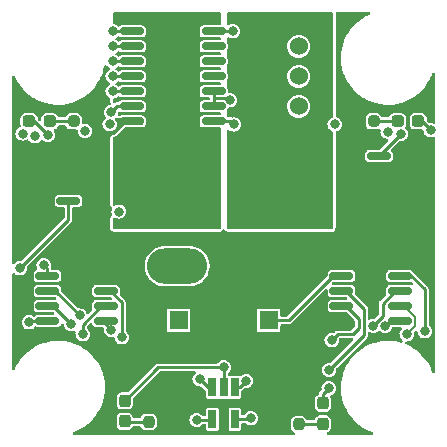
<source format=gtl>
G04 #@! TF.GenerationSoftware,KiCad,Pcbnew,(6.0.7)*
G04 #@! TF.CreationDate,2023-03-21T11:33:27-05:00*
G04 #@! TF.ProjectId,RoveSoMoCo,526f7665-536f-44d6-9f43-6f2e6b696361,rev?*
G04 #@! TF.SameCoordinates,Original*
G04 #@! TF.FileFunction,Copper,L1,Top*
G04 #@! TF.FilePolarity,Positive*
%FSLAX46Y46*%
G04 Gerber Fmt 4.6, Leading zero omitted, Abs format (unit mm)*
G04 Created by KiCad (PCBNEW (6.0.7)) date 2023-03-21 11:33:27*
%MOMM*%
%LPD*%
G01*
G04 APERTURE LIST*
G04 Aperture macros list*
%AMRoundRect*
0 Rectangle with rounded corners*
0 $1 Rounding radius*
0 $2 $3 $4 $5 $6 $7 $8 $9 X,Y pos of 4 corners*
0 Add a 4 corners polygon primitive as box body*
4,1,4,$2,$3,$4,$5,$6,$7,$8,$9,$2,$3,0*
0 Add four circle primitives for the rounded corners*
1,1,$1+$1,$2,$3*
1,1,$1+$1,$4,$5*
1,1,$1+$1,$6,$7*
1,1,$1+$1,$8,$9*
0 Add four rect primitives between the rounded corners*
20,1,$1+$1,$2,$3,$4,$5,0*
20,1,$1+$1,$4,$5,$6,$7,0*
20,1,$1+$1,$6,$7,$8,$9,0*
20,1,$1+$1,$8,$9,$2,$3,0*%
G04 Aperture macros list end*
G04 #@! TA.AperFunction,SMDPad,CuDef*
%ADD10RoundRect,0.237500X-0.300000X-0.237500X0.300000X-0.237500X0.300000X0.237500X-0.300000X0.237500X0*%
G04 #@! TD*
G04 #@! TA.AperFunction,ComponentPad*
%ADD11C,1.524000*%
G04 #@! TD*
G04 #@! TA.AperFunction,SMDPad,CuDef*
%ADD12RoundRect,0.150000X-0.825000X-0.150000X0.825000X-0.150000X0.825000X0.150000X-0.825000X0.150000X0*%
G04 #@! TD*
G04 #@! TA.AperFunction,SMDPad,CuDef*
%ADD13RoundRect,0.237500X0.237500X-0.250000X0.237500X0.250000X-0.237500X0.250000X-0.237500X-0.250000X0*%
G04 #@! TD*
G04 #@! TA.AperFunction,SMDPad,CuDef*
%ADD14RoundRect,0.237500X0.237500X-0.287500X0.237500X0.287500X-0.237500X0.287500X-0.237500X-0.287500X0*%
G04 #@! TD*
G04 #@! TA.AperFunction,ComponentPad*
%ADD15R,1.600000X1.600000*%
G04 #@! TD*
G04 #@! TA.AperFunction,ComponentPad*
%ADD16C,1.600000*%
G04 #@! TD*
G04 #@! TA.AperFunction,SMDPad,CuDef*
%ADD17RoundRect,0.237500X-0.287500X-0.237500X0.287500X-0.237500X0.287500X0.237500X-0.287500X0.237500X0*%
G04 #@! TD*
G04 #@! TA.AperFunction,SMDPad,CuDef*
%ADD18RoundRect,0.150000X0.825000X0.150000X-0.825000X0.150000X-0.825000X-0.150000X0.825000X-0.150000X0*%
G04 #@! TD*
G04 #@! TA.AperFunction,SMDPad,CuDef*
%ADD19RoundRect,0.150000X-0.837500X-0.150000X0.837500X-0.150000X0.837500X0.150000X-0.837500X0.150000X0*%
G04 #@! TD*
G04 #@! TA.AperFunction,SMDPad,CuDef*
%ADD20RoundRect,0.237500X0.250000X0.237500X-0.250000X0.237500X-0.250000X-0.237500X0.250000X-0.237500X0*%
G04 #@! TD*
G04 #@! TA.AperFunction,SMDPad,CuDef*
%ADD21RoundRect,0.237500X0.287500X0.237500X-0.287500X0.237500X-0.287500X-0.237500X0.287500X-0.237500X0*%
G04 #@! TD*
G04 #@! TA.AperFunction,SMDPad,CuDef*
%ADD22RoundRect,0.237500X-0.250000X-0.237500X0.250000X-0.237500X0.250000X0.237500X-0.250000X0.237500X0*%
G04 #@! TD*
G04 #@! TA.AperFunction,SMDPad,CuDef*
%ADD23R,0.650000X1.560000*%
G04 #@! TD*
G04 #@! TA.AperFunction,ComponentPad*
%ADD24O,5.100000X3.000000*%
G04 #@! TD*
G04 #@! TA.AperFunction,ViaPad*
%ADD25C,0.800000*%
G04 #@! TD*
G04 #@! TA.AperFunction,Conductor*
%ADD26C,0.254000*%
G04 #@! TD*
G04 #@! TA.AperFunction,Conductor*
%ADD27C,0.200000*%
G04 #@! TD*
G04 #@! TA.AperFunction,Conductor*
%ADD28C,0.250000*%
G04 #@! TD*
G04 APERTURE END LIST*
D10*
X93371500Y-59690000D03*
X95096500Y-59690000D03*
D11*
X100584000Y-51308000D03*
X100584000Y-48768000D03*
X100584000Y-46228000D03*
D12*
X104205000Y-65659000D03*
X104205000Y-66929000D03*
X104205000Y-68199000D03*
X104205000Y-69469000D03*
X109155000Y-69469000D03*
X109155000Y-68199000D03*
X109155000Y-66929000D03*
X109155000Y-65659000D03*
D13*
X87884000Y-78025000D03*
X87884000Y-76200000D03*
D14*
X85852000Y-77987500D03*
X85852000Y-76237500D03*
D15*
X98044000Y-69429621D03*
D16*
X98044000Y-71929621D03*
D17*
X108956500Y-52578000D03*
X110706500Y-52578000D03*
D18*
X107377000Y-59309000D03*
X107377000Y-58039000D03*
X107377000Y-56769000D03*
X107377000Y-55499000D03*
X102427000Y-55499000D03*
X102427000Y-56769000D03*
X102427000Y-58039000D03*
X102427000Y-59309000D03*
D19*
X86453500Y-44958000D03*
X86453500Y-46228000D03*
X86453500Y-47498000D03*
X86453500Y-48768000D03*
X86453500Y-50038000D03*
X86453500Y-51308000D03*
X86453500Y-52578000D03*
X93378500Y-52578000D03*
X93378500Y-51308000D03*
X93378500Y-50038000D03*
X93378500Y-48768000D03*
X93378500Y-47498000D03*
X93378500Y-46228000D03*
X93378500Y-44958000D03*
D20*
X106934000Y-52578000D03*
X105109000Y-52578000D03*
D21*
X79506750Y-52578000D03*
X77756750Y-52578000D03*
D18*
X84263000Y-69469000D03*
X84263000Y-68199000D03*
X84263000Y-66929000D03*
X84263000Y-65659000D03*
X79313000Y-65659000D03*
X79313000Y-66929000D03*
X79313000Y-68199000D03*
X79313000Y-69469000D03*
D22*
X81529250Y-52578000D03*
X83354250Y-52578000D03*
D13*
X100602750Y-78232000D03*
X100602750Y-76407000D03*
D12*
X81091000Y-55499000D03*
X81091000Y-56769000D03*
X81091000Y-58039000D03*
X81091000Y-59309000D03*
X86041000Y-59309000D03*
X86041000Y-58039000D03*
X86041000Y-56769000D03*
X86041000Y-55499000D03*
D23*
X93284000Y-77804000D03*
X94234000Y-77804000D03*
X95184000Y-77804000D03*
X95184000Y-75104000D03*
X94234000Y-75104000D03*
X93284000Y-75104000D03*
D14*
X102634750Y-78194500D03*
X102634750Y-76444500D03*
D15*
X90424000Y-69429621D03*
D16*
X90424000Y-71929621D03*
D24*
X98171000Y-64834800D03*
X90297000Y-64834800D03*
X90297000Y-57283400D03*
X98171000Y-57283400D03*
D25*
X82032496Y-69013923D03*
X85598000Y-61214000D03*
X102616000Y-59944000D03*
X109728000Y-70612000D03*
X77749000Y-69596000D03*
X111252000Y-70358000D03*
X84714714Y-70225286D03*
X103124000Y-75184000D03*
X76962000Y-59944000D03*
X96647000Y-76327000D03*
X111506000Y-62230000D03*
X76962000Y-63754000D03*
X111506000Y-60960000D03*
X111506000Y-57150000D03*
X111506000Y-59690000D03*
X76962000Y-54864000D03*
X76962000Y-56134000D03*
X76962000Y-57404000D03*
X111506000Y-58420000D03*
X76962000Y-62484000D03*
X111506000Y-54610000D03*
X111506000Y-63500000D03*
X76962000Y-58674000D03*
X111506000Y-55880000D03*
X76962000Y-61214000D03*
X91694000Y-76327000D03*
X94234000Y-73406000D03*
X94996000Y-44958000D03*
X84836000Y-44958000D03*
X84836000Y-48768000D03*
X84836000Y-46228000D03*
X94742000Y-50800000D03*
X92202000Y-74422000D03*
X82296000Y-70612000D03*
X79350049Y-53754549D03*
X96139000Y-74549000D03*
X103165299Y-73627299D03*
X111760000Y-53340000D03*
X82496310Y-53390808D03*
X85341500Y-60214497D03*
X77210325Y-53611444D03*
X76962000Y-65024000D03*
X109220000Y-53652500D03*
X84582000Y-52832000D03*
X81305996Y-69748996D03*
X103632000Y-52832000D03*
X106907597Y-69876403D03*
X78232000Y-53848000D03*
X78994000Y-64770000D03*
X108113743Y-53441806D03*
X107906447Y-69912500D03*
X85598000Y-70866000D03*
X84698666Y-51800149D03*
X91948000Y-77851000D03*
X84836000Y-47498000D03*
X103378000Y-71120000D03*
X96520000Y-77724000D03*
X95087500Y-52837714D03*
X84836000Y-50038000D03*
D26*
X79313000Y-66929000D02*
X79947573Y-66929000D01*
D27*
X86041000Y-60771000D02*
X85598000Y-61214000D01*
D26*
X79947573Y-66929000D02*
X82032496Y-69013923D01*
D27*
X86041000Y-59309000D02*
X86041000Y-60771000D01*
X110430000Y-69132604D02*
X109496396Y-68199000D01*
X110430000Y-69910000D02*
X110430000Y-69132604D01*
X102427000Y-59755000D02*
X102616000Y-59944000D01*
X109496396Y-68199000D02*
X109155000Y-68199000D01*
X109728000Y-70612000D02*
X110430000Y-69910000D01*
X102427000Y-59309000D02*
X102427000Y-59755000D01*
D26*
X77876000Y-69469000D02*
X77749000Y-69596000D01*
X79313000Y-69469000D02*
X77876000Y-69469000D01*
X110109000Y-65659000D02*
X111252000Y-66802000D01*
X109155000Y-65659000D02*
X110109000Y-65659000D01*
X111252000Y-66802000D02*
X111252000Y-70358000D01*
X84263000Y-69773572D02*
X84714714Y-70225286D01*
D28*
X102634750Y-76444500D02*
X102634750Y-75673250D01*
X102634750Y-75673250D02*
X103124000Y-75184000D01*
X98044000Y-69429621D02*
X99725074Y-69429621D01*
X104205000Y-65659000D02*
X103495695Y-65659000D01*
D26*
X84263000Y-69469000D02*
X84263000Y-69773572D01*
D28*
X103495695Y-65659000D02*
X99725074Y-69429621D01*
D26*
X94234000Y-77804000D02*
X94234000Y-76770000D01*
X86453500Y-52578000D02*
X85864134Y-52578000D01*
X83354250Y-52632384D02*
X83354250Y-52578000D01*
X94234000Y-76770000D02*
X93791000Y-76327000D01*
X94234000Y-76770000D02*
X94677000Y-76327000D01*
X84883134Y-53559000D02*
X84280866Y-53559000D01*
X93791000Y-76327000D02*
X91694000Y-76327000D01*
X85864134Y-52578000D02*
X84883134Y-53559000D01*
X94677000Y-76327000D02*
X96647000Y-76327000D01*
X84280866Y-53559000D02*
X83354250Y-52632384D01*
X94996000Y-44958000D02*
X93378500Y-44958000D01*
D28*
X88683500Y-73406000D02*
X94234000Y-73406000D01*
X85852000Y-76237500D02*
X88683500Y-73406000D01*
D26*
X94234000Y-75104000D02*
X94234000Y-73406000D01*
X86453500Y-44958000D02*
X84836000Y-44958000D01*
X86453500Y-48768000D02*
X84836000Y-48768000D01*
X94581500Y-50639500D02*
X94742000Y-50800000D01*
X93378500Y-50038000D02*
X93378500Y-50639500D01*
X93378500Y-50639500D02*
X93378500Y-51308000D01*
X84836000Y-46228000D02*
X86453500Y-46228000D01*
X93378500Y-50639500D02*
X94581500Y-50639500D01*
X81529250Y-52578000D02*
X79506750Y-52578000D01*
X93284000Y-75104000D02*
X92884000Y-75104000D01*
D28*
X78173500Y-52578000D02*
X79350049Y-53754549D01*
D26*
X82296000Y-69786420D02*
X82296000Y-70612000D01*
X92884000Y-75104000D02*
X92202000Y-74422000D01*
X83883420Y-68199000D02*
X82296000Y-69786420D01*
D28*
X77756750Y-52578000D02*
X78173500Y-52578000D01*
D26*
X108956500Y-52578000D02*
X106934000Y-52578000D01*
D28*
X106114000Y-68461249D02*
X106114000Y-70678598D01*
X104581751Y-66929000D02*
X106114000Y-68461249D01*
X106114000Y-70678598D02*
X103165299Y-73627299D01*
X110998000Y-52578000D02*
X111760000Y-53340000D01*
D26*
X95184000Y-75104000D02*
X95584000Y-75104000D01*
D28*
X110706500Y-52578000D02*
X110998000Y-52578000D01*
D26*
X95584000Y-75104000D02*
X96139000Y-74549000D01*
D28*
X104205000Y-66929000D02*
X104581751Y-66929000D01*
D26*
X100602750Y-78232000D02*
X102597250Y-78232000D01*
X87884000Y-78025000D02*
X85889500Y-78025000D01*
X81091000Y-60895000D02*
X81091000Y-59309000D01*
X77724000Y-64262000D02*
X76962000Y-65024000D01*
X77724000Y-64262000D02*
X81091000Y-60895000D01*
D28*
X109220000Y-53656000D02*
X107377000Y-55499000D01*
X109220000Y-53652500D02*
X109220000Y-53656000D01*
D26*
X79756000Y-68199000D02*
X81305996Y-69748996D01*
X108775420Y-66929000D02*
X107696000Y-68008420D01*
D28*
X106907597Y-69876403D02*
X107696000Y-69088000D01*
D26*
X109155000Y-66929000D02*
X108775420Y-66929000D01*
X107696000Y-68008420D02*
X107696000Y-69088000D01*
X79313000Y-65089000D02*
X78994000Y-64770000D01*
X79313000Y-65659000D02*
X79313000Y-65089000D01*
D28*
X108349947Y-69469000D02*
X107906447Y-69912500D01*
X109155000Y-69469000D02*
X108349947Y-69469000D01*
D26*
X93237000Y-77851000D02*
X93284000Y-77804000D01*
X91948000Y-77851000D02*
X93237000Y-77851000D01*
X85190815Y-51308000D02*
X86453500Y-51308000D01*
X85190815Y-51308000D02*
X84698666Y-51800149D01*
X84263000Y-66929000D02*
X84642580Y-66929000D01*
X84642580Y-66929000D02*
X85598000Y-67884420D01*
X85598000Y-67884420D02*
X85598000Y-70866000D01*
D28*
X95184000Y-77804000D02*
X96440000Y-77804000D01*
X105664000Y-70104000D02*
X105156000Y-70612000D01*
X105664000Y-69281249D02*
X105664000Y-70104000D01*
X104581751Y-68199000D02*
X105664000Y-69281249D01*
D26*
X86453500Y-47498000D02*
X84836000Y-47498000D01*
D28*
X104205000Y-68199000D02*
X104581751Y-68199000D01*
X103886000Y-70612000D02*
X103378000Y-71120000D01*
X96440000Y-77804000D02*
X96520000Y-77724000D01*
X105156000Y-70612000D02*
X103886000Y-70612000D01*
D26*
X94827786Y-52578000D02*
X95087500Y-52837714D01*
X86453500Y-50038000D02*
X84836000Y-50038000D01*
X93378500Y-52578000D02*
X94827786Y-52578000D01*
G04 #@! TA.AperFunction,Conductor*
G36*
X106583031Y-43327502D02*
G01*
X106629524Y-43381158D01*
X106639628Y-43451432D01*
X106610134Y-43516012D01*
X106569452Y-43547083D01*
X106249674Y-43700638D01*
X105911789Y-43906479D01*
X105596019Y-44144861D01*
X105593737Y-44146971D01*
X105593728Y-44146978D01*
X105458183Y-44272275D01*
X105305486Y-44413427D01*
X105303414Y-44415765D01*
X105303409Y-44415770D01*
X105045148Y-44707169D01*
X105045143Y-44707175D01*
X105043064Y-44709521D01*
X104811347Y-45030214D01*
X104612627Y-45372336D01*
X104611337Y-45375173D01*
X104611335Y-45375177D01*
X104451144Y-45727500D01*
X104448869Y-45732503D01*
X104447867Y-45735456D01*
X104447865Y-45735460D01*
X104426052Y-45799718D01*
X104321692Y-46107153D01*
X104232354Y-46492583D01*
X104181739Y-46884979D01*
X104170347Y-47280462D01*
X104198290Y-47675122D01*
X104265293Y-48065055D01*
X104266125Y-48068064D01*
X104266126Y-48068070D01*
X104291512Y-48159921D01*
X104370692Y-48446405D01*
X104371822Y-48449325D01*
X104371823Y-48449329D01*
X104498306Y-48776266D01*
X104513446Y-48815401D01*
X104514861Y-48818195D01*
X104514864Y-48818203D01*
X104618005Y-49021944D01*
X104692143Y-49168395D01*
X104905015Y-49501895D01*
X105149958Y-49812603D01*
X105152133Y-49814859D01*
X105152138Y-49814865D01*
X105208768Y-49873609D01*
X105424549Y-50097448D01*
X105426942Y-50099481D01*
X105723679Y-50351578D01*
X105723687Y-50351585D01*
X105726074Y-50353612D01*
X105728654Y-50355395D01*
X106048977Y-50576785D01*
X106048986Y-50576790D01*
X106051549Y-50578562D01*
X106054284Y-50580075D01*
X106054289Y-50580078D01*
X106121294Y-50617143D01*
X106397758Y-50770074D01*
X106400627Y-50771307D01*
X106400638Y-50771312D01*
X106758407Y-50925021D01*
X106761275Y-50926253D01*
X106764252Y-50927194D01*
X106764256Y-50927196D01*
X106893031Y-50967922D01*
X107138507Y-51045556D01*
X107525723Y-51126802D01*
X107528841Y-51127138D01*
X107916642Y-51168925D01*
X107916645Y-51168925D01*
X107919093Y-51169189D01*
X107921556Y-51169260D01*
X107921557Y-51169260D01*
X107925206Y-51169365D01*
X107976411Y-51170840D01*
X108247472Y-51170840D01*
X108249035Y-51170762D01*
X108249043Y-51170762D01*
X108345411Y-51165964D01*
X108543278Y-51156114D01*
X108546363Y-51155650D01*
X108546365Y-51155650D01*
X108931436Y-51097757D01*
X108934529Y-51097292D01*
X109135704Y-51046200D01*
X109314959Y-51000675D01*
X109314962Y-51000674D01*
X109318002Y-50999902D01*
X109421721Y-50962254D01*
X109686969Y-50865974D01*
X109686979Y-50865970D01*
X109689907Y-50864907D01*
X110046566Y-50693642D01*
X110384451Y-50487801D01*
X110700221Y-50249419D01*
X110702503Y-50247309D01*
X110702512Y-50247302D01*
X110988457Y-49982976D01*
X110990754Y-49980853D01*
X111079041Y-49881238D01*
X111251092Y-49687111D01*
X111251097Y-49687105D01*
X111253176Y-49684759D01*
X111484893Y-49364066D01*
X111683613Y-49021944D01*
X111724331Y-48932391D01*
X111846079Y-48664619D01*
X111846080Y-48664616D01*
X111847371Y-48661777D01*
X111848377Y-48658814D01*
X111895187Y-48520917D01*
X111936024Y-48462840D01*
X112001777Y-48436062D01*
X112071569Y-48449083D01*
X112123242Y-48497770D01*
X112140500Y-48561418D01*
X112140500Y-52659059D01*
X112120498Y-52727180D01*
X112066842Y-52773673D01*
X111996568Y-52783777D01*
X111966282Y-52775468D01*
X111924391Y-52758116D01*
X111916762Y-52754956D01*
X111760000Y-52734318D01*
X111693157Y-52743118D01*
X111623010Y-52732179D01*
X111587617Y-52707291D01*
X111468904Y-52588578D01*
X111434878Y-52526266D01*
X111431999Y-52499483D01*
X111431999Y-52288168D01*
X111431428Y-52282118D01*
X111429824Y-52265150D01*
X111429824Y-52265149D01*
X111429101Y-52257500D01*
X111426000Y-52248670D01*
X111388583Y-52142121D01*
X111388582Y-52142119D01*
X111385461Y-52133232D01*
X111367967Y-52109546D01*
X111312803Y-52034860D01*
X111307211Y-52027289D01*
X111211926Y-51956911D01*
X111208845Y-51954635D01*
X111208843Y-51954634D01*
X111201268Y-51949039D01*
X111192381Y-51945918D01*
X111192379Y-51945917D01*
X111084248Y-51907944D01*
X111084246Y-51907943D01*
X111077000Y-51905399D01*
X111069356Y-51904676D01*
X111069354Y-51904676D01*
X111061379Y-51903922D01*
X111046333Y-51902500D01*
X110706672Y-51902500D01*
X110366668Y-51902501D01*
X110363718Y-51902780D01*
X110363713Y-51902780D01*
X110343650Y-51904676D01*
X110343649Y-51904676D01*
X110336000Y-51905399D01*
X110328752Y-51907944D01*
X110328749Y-51907945D01*
X110220621Y-51945917D01*
X110220619Y-51945918D01*
X110211732Y-51949039D01*
X110204157Y-51954634D01*
X110204155Y-51954635D01*
X110201074Y-51956911D01*
X110105789Y-52027289D01*
X110100197Y-52034860D01*
X110045034Y-52109546D01*
X110027539Y-52133232D01*
X110024418Y-52142119D01*
X110024417Y-52142121D01*
X109987000Y-52248670D01*
X109983899Y-52257500D01*
X109983176Y-52265144D01*
X109983176Y-52265146D01*
X109982422Y-52273121D01*
X109981000Y-52288167D01*
X109981001Y-52867832D01*
X109981280Y-52870781D01*
X109981280Y-52870787D01*
X109983176Y-52890850D01*
X109983899Y-52898500D01*
X109986444Y-52905748D01*
X109986445Y-52905751D01*
X110024293Y-53013524D01*
X110027539Y-53022768D01*
X110033134Y-53030343D01*
X110033135Y-53030345D01*
X110072579Y-53083748D01*
X110105789Y-53128711D01*
X110113360Y-53134303D01*
X110204155Y-53201365D01*
X110204157Y-53201366D01*
X110211732Y-53206961D01*
X110220619Y-53210082D01*
X110220621Y-53210083D01*
X110328752Y-53248056D01*
X110328754Y-53248057D01*
X110336000Y-53250601D01*
X110343644Y-53251324D01*
X110343646Y-53251324D01*
X110351032Y-53252022D01*
X110366667Y-53253500D01*
X110486084Y-53253500D01*
X111032431Y-53253499D01*
X111100552Y-53273501D01*
X111147045Y-53327157D01*
X111157353Y-53363053D01*
X111174956Y-53496762D01*
X111235464Y-53642841D01*
X111303941Y-53732082D01*
X111323680Y-53757806D01*
X111331718Y-53768282D01*
X111457159Y-53864536D01*
X111603238Y-53925044D01*
X111760000Y-53945682D01*
X111768188Y-53944604D01*
X111908574Y-53926122D01*
X111916762Y-53925044D01*
X111966282Y-53904532D01*
X112036871Y-53896943D01*
X112100358Y-53928722D01*
X112136586Y-53989780D01*
X112140500Y-54020941D01*
X112140500Y-73759570D01*
X112120498Y-73827691D01*
X112066842Y-73874184D01*
X111996568Y-73884288D01*
X111931988Y-73854794D01*
X111896988Y-73805032D01*
X111783929Y-73512792D01*
X111783927Y-73512787D01*
X111782794Y-73509859D01*
X111777223Y-73498853D01*
X111605516Y-73159668D01*
X111604097Y-73156865D01*
X111589478Y-73133961D01*
X111392912Y-72826008D01*
X111391225Y-72823365D01*
X111146282Y-72512657D01*
X111144107Y-72510401D01*
X111144102Y-72510395D01*
X110982042Y-72342284D01*
X110871691Y-72227812D01*
X110869119Y-72225627D01*
X110572561Y-71973682D01*
X110572553Y-71973675D01*
X110570166Y-71971648D01*
X110376011Y-71837459D01*
X110247263Y-71748475D01*
X110247254Y-71748470D01*
X110244691Y-71746698D01*
X110241956Y-71745185D01*
X110241951Y-71745182D01*
X110034200Y-71630261D01*
X109898482Y-71555186D01*
X109895613Y-71553953D01*
X109895602Y-71553948D01*
X109673141Y-71458372D01*
X109618448Y-71413104D01*
X109596911Y-71345453D01*
X109615368Y-71276897D01*
X109667959Y-71229203D01*
X109721761Y-71216861D01*
X109728000Y-71217682D01*
X109736188Y-71216604D01*
X109876574Y-71198122D01*
X109884762Y-71197044D01*
X110030841Y-71136536D01*
X110156282Y-71040282D01*
X110252536Y-70914841D01*
X110313044Y-70768762D01*
X110315538Y-70749822D01*
X110332604Y-70620188D01*
X110333682Y-70612000D01*
X110320769Y-70513916D01*
X110331708Y-70443768D01*
X110356596Y-70408375D01*
X110437806Y-70327165D01*
X110500118Y-70293139D01*
X110570933Y-70298204D01*
X110627769Y-70340751D01*
X110651823Y-70399814D01*
X110666956Y-70514762D01*
X110727464Y-70660841D01*
X110823718Y-70786282D01*
X110830264Y-70791305D01*
X110847115Y-70804235D01*
X110949159Y-70882536D01*
X111095238Y-70943044D01*
X111252000Y-70963682D01*
X111260188Y-70962604D01*
X111400574Y-70944122D01*
X111408762Y-70943044D01*
X111554841Y-70882536D01*
X111656885Y-70804235D01*
X111673736Y-70791305D01*
X111680282Y-70786282D01*
X111776536Y-70660841D01*
X111837044Y-70514762D01*
X111857682Y-70358000D01*
X111837044Y-70201238D01*
X111832501Y-70190269D01*
X111819146Y-70158029D01*
X111776536Y-70055159D01*
X111692261Y-69945329D01*
X111685309Y-69936269D01*
X111685308Y-69936268D01*
X111680282Y-69929718D01*
X111673732Y-69924692D01*
X111673729Y-69924689D01*
X111628796Y-69890211D01*
X111586929Y-69832873D01*
X111579500Y-69790249D01*
X111579500Y-66821794D01*
X111579980Y-66810811D01*
X111582326Y-66783999D01*
X111583287Y-66773016D01*
X111573464Y-66736356D01*
X111571087Y-66725633D01*
X111566411Y-66699117D01*
X111564497Y-66688261D01*
X111558986Y-66678715D01*
X111557760Y-66675347D01*
X111556246Y-66672101D01*
X111553394Y-66661457D01*
X111531628Y-66630371D01*
X111525723Y-66621102D01*
X111512263Y-66597788D01*
X111512261Y-66597786D01*
X111506750Y-66588240D01*
X111477677Y-66563845D01*
X111469573Y-66556418D01*
X110354587Y-65441433D01*
X110347160Y-65433329D01*
X110323683Y-65405350D01*
X110307102Y-65379889D01*
X110273522Y-65311493D01*
X110273521Y-65311491D01*
X110268932Y-65302145D01*
X110186350Y-65219707D01*
X110081518Y-65168464D01*
X110051027Y-65164016D01*
X110017744Y-65159160D01*
X110017740Y-65159160D01*
X110013218Y-65158500D01*
X108296782Y-65158500D01*
X108292232Y-65159170D01*
X108292229Y-65159170D01*
X108237574Y-65167216D01*
X108237573Y-65167216D01*
X108227888Y-65168642D01*
X108187664Y-65188391D01*
X108132493Y-65215478D01*
X108132491Y-65215479D01*
X108123145Y-65220068D01*
X108040707Y-65302650D01*
X107989464Y-65407482D01*
X107985578Y-65434117D01*
X107982196Y-65457305D01*
X107979500Y-65475782D01*
X107979500Y-65842218D01*
X107980170Y-65846768D01*
X107980170Y-65846771D01*
X107988216Y-65901426D01*
X107989642Y-65911112D01*
X108041068Y-66015855D01*
X108123650Y-66098293D01*
X108228482Y-66149536D01*
X108258973Y-66153984D01*
X108292256Y-66158840D01*
X108292260Y-66158840D01*
X108296782Y-66159500D01*
X110013218Y-66159500D01*
X110017767Y-66158830D01*
X110017785Y-66158829D01*
X110066602Y-66151642D01*
X110136909Y-66161509D01*
X110174048Y-66187203D01*
X110221702Y-66234857D01*
X110255728Y-66297169D01*
X110250663Y-66367984D01*
X110208116Y-66424820D01*
X110141596Y-66449631D01*
X110095402Y-66444334D01*
X110090302Y-66442758D01*
X110081518Y-66438464D01*
X110071843Y-66437052D01*
X110071841Y-66437052D01*
X110017744Y-66429160D01*
X110017740Y-66429160D01*
X110013218Y-66428500D01*
X108296782Y-66428500D01*
X108292232Y-66429170D01*
X108292229Y-66429170D01*
X108237574Y-66437216D01*
X108237573Y-66437216D01*
X108227888Y-66438642D01*
X108177992Y-66463140D01*
X108132493Y-66485478D01*
X108132491Y-66485479D01*
X108123145Y-66490068D01*
X108040707Y-66572650D01*
X108036134Y-66582006D01*
X108036133Y-66582007D01*
X108028419Y-66597788D01*
X107989464Y-66677482D01*
X107979500Y-66745782D01*
X107979500Y-67112218D01*
X107980170Y-67116769D01*
X107980171Y-67116783D01*
X107989465Y-67179913D01*
X107979598Y-67250221D01*
X107953905Y-67287360D01*
X107478427Y-67762839D01*
X107470323Y-67770265D01*
X107441250Y-67794660D01*
X107435737Y-67804209D01*
X107422275Y-67827526D01*
X107416377Y-67836785D01*
X107394606Y-67867877D01*
X107391754Y-67878521D01*
X107390240Y-67881767D01*
X107389014Y-67885135D01*
X107383503Y-67894681D01*
X107381589Y-67905537D01*
X107376913Y-67932053D01*
X107374536Y-67942776D01*
X107364713Y-67979436D01*
X107365674Y-67990419D01*
X107368020Y-68017231D01*
X107368500Y-68028214D01*
X107368500Y-68902983D01*
X107348498Y-68971104D01*
X107331595Y-68992078D01*
X107079979Y-69243694D01*
X107017667Y-69277720D01*
X106974439Y-69279521D01*
X106907597Y-69270721D01*
X106899409Y-69271799D01*
X106786923Y-69286608D01*
X106750835Y-69291359D01*
X106702998Y-69311174D01*
X106613718Y-69348155D01*
X106543129Y-69355744D01*
X106479641Y-69323965D01*
X106443414Y-69262907D01*
X106439500Y-69231746D01*
X106439500Y-68480959D01*
X106439980Y-68469977D01*
X106442303Y-68443424D01*
X106442303Y-68443419D01*
X106443263Y-68432442D01*
X106433508Y-68396032D01*
X106431133Y-68385321D01*
X106430351Y-68380885D01*
X106424588Y-68348204D01*
X106419078Y-68338660D01*
X106417886Y-68335384D01*
X106416407Y-68332213D01*
X106413554Y-68321565D01*
X106391940Y-68290697D01*
X106386036Y-68281428D01*
X106372707Y-68258341D01*
X106372704Y-68258337D01*
X106367194Y-68248794D01*
X106338324Y-68224569D01*
X106330221Y-68217143D01*
X105404884Y-67291806D01*
X105370858Y-67229494D01*
X105372937Y-67180868D01*
X105370536Y-67180518D01*
X105379840Y-67116744D01*
X105379840Y-67116740D01*
X105380500Y-67112218D01*
X105380500Y-66745782D01*
X105373631Y-66699117D01*
X105371784Y-66686574D01*
X105371784Y-66686573D01*
X105370358Y-66676888D01*
X105329057Y-66592767D01*
X105323522Y-66581493D01*
X105323521Y-66581491D01*
X105318932Y-66572145D01*
X105236350Y-66489707D01*
X105131518Y-66438464D01*
X105101027Y-66434016D01*
X105067744Y-66429160D01*
X105067740Y-66429160D01*
X105063218Y-66428500D01*
X103490712Y-66428500D01*
X103422591Y-66408498D01*
X103376098Y-66354842D01*
X103365994Y-66284568D01*
X103395488Y-66219988D01*
X103401617Y-66213405D01*
X103418617Y-66196405D01*
X103480929Y-66162379D01*
X103507712Y-66159500D01*
X105063218Y-66159500D01*
X105067768Y-66158830D01*
X105067771Y-66158830D01*
X105122426Y-66150784D01*
X105122427Y-66150784D01*
X105132112Y-66149358D01*
X105226804Y-66102867D01*
X105227507Y-66102522D01*
X105227509Y-66102521D01*
X105236855Y-66097932D01*
X105319293Y-66015350D01*
X105370536Y-65910518D01*
X105380500Y-65842218D01*
X105380500Y-65475782D01*
X105375444Y-65441433D01*
X105371784Y-65416574D01*
X105371784Y-65416573D01*
X105370358Y-65406888D01*
X105345860Y-65356992D01*
X105323522Y-65311493D01*
X105323521Y-65311491D01*
X105318932Y-65302145D01*
X105236350Y-65219707D01*
X105131518Y-65168464D01*
X105101027Y-65164016D01*
X105067744Y-65159160D01*
X105067740Y-65159160D01*
X105063218Y-65158500D01*
X103346782Y-65158500D01*
X103342232Y-65159170D01*
X103342229Y-65159170D01*
X103287574Y-65167216D01*
X103287573Y-65167216D01*
X103277888Y-65168642D01*
X103237664Y-65188391D01*
X103182493Y-65215478D01*
X103182491Y-65215479D01*
X103173145Y-65220068D01*
X103090707Y-65302650D01*
X103039464Y-65407482D01*
X103035578Y-65434117D01*
X103032196Y-65457305D01*
X103029500Y-65475782D01*
X103029500Y-65612678D01*
X103009498Y-65680799D01*
X102992595Y-65701773D01*
X99627153Y-69067216D01*
X99564841Y-69101242D01*
X99538058Y-69104121D01*
X99170500Y-69104121D01*
X99102379Y-69084119D01*
X99055886Y-69030463D01*
X99044500Y-68978121D01*
X99044500Y-68609873D01*
X99032867Y-68551390D01*
X98988552Y-68485069D01*
X98922231Y-68440754D01*
X98910062Y-68438333D01*
X98910061Y-68438333D01*
X98869816Y-68430328D01*
X98863748Y-68429121D01*
X97224252Y-68429121D01*
X97218184Y-68430328D01*
X97177939Y-68438333D01*
X97177938Y-68438333D01*
X97165769Y-68440754D01*
X97099448Y-68485069D01*
X97055133Y-68551390D01*
X97043500Y-68609873D01*
X97043500Y-70249369D01*
X97055133Y-70307852D01*
X97062026Y-70318168D01*
X97073352Y-70335118D01*
X97099448Y-70374173D01*
X97165769Y-70418488D01*
X97177938Y-70420909D01*
X97177939Y-70420909D01*
X97218184Y-70428914D01*
X97224252Y-70430121D01*
X98863748Y-70430121D01*
X98869816Y-70428914D01*
X98910061Y-70420909D01*
X98910062Y-70420909D01*
X98922231Y-70418488D01*
X98988552Y-70374173D01*
X99014648Y-70335118D01*
X99025974Y-70318168D01*
X99032867Y-70307852D01*
X99044500Y-70249369D01*
X99044500Y-69881121D01*
X99064502Y-69813000D01*
X99118158Y-69766507D01*
X99170500Y-69755121D01*
X99705364Y-69755121D01*
X99716346Y-69755601D01*
X99742894Y-69757924D01*
X99742896Y-69757924D01*
X99753881Y-69758885D01*
X99790289Y-69749129D01*
X99801016Y-69746751D01*
X99804375Y-69746159D01*
X99838119Y-69740209D01*
X99847664Y-69734698D01*
X99850940Y-69733506D01*
X99854108Y-69732029D01*
X99864758Y-69729175D01*
X99895618Y-69707566D01*
X99904889Y-69701660D01*
X99927980Y-69688328D01*
X99937529Y-69682815D01*
X99961759Y-69653938D01*
X99969185Y-69645836D01*
X102814405Y-66800617D01*
X102876717Y-66766591D01*
X102947533Y-66771656D01*
X103004368Y-66814203D01*
X103029179Y-66880723D01*
X103029500Y-66889712D01*
X103029500Y-67112218D01*
X103030170Y-67116768D01*
X103030170Y-67116771D01*
X103038216Y-67171426D01*
X103039642Y-67181112D01*
X103091068Y-67285855D01*
X103173650Y-67368293D01*
X103278482Y-67419536D01*
X103308973Y-67423984D01*
X103342256Y-67428840D01*
X103342260Y-67428840D01*
X103346782Y-67429500D01*
X104569735Y-67429500D01*
X104637856Y-67449502D01*
X104658830Y-67466405D01*
X104675830Y-67483405D01*
X104709856Y-67545717D01*
X104704791Y-67616532D01*
X104662244Y-67673368D01*
X104595724Y-67698179D01*
X104586735Y-67698500D01*
X103346782Y-67698500D01*
X103342232Y-67699170D01*
X103342229Y-67699170D01*
X103287574Y-67707216D01*
X103287573Y-67707216D01*
X103277888Y-67708642D01*
X103230798Y-67731762D01*
X103182493Y-67755478D01*
X103182491Y-67755479D01*
X103173145Y-67760068D01*
X103090707Y-67842650D01*
X103039464Y-67947482D01*
X103029500Y-68015782D01*
X103029500Y-68382218D01*
X103030170Y-68386768D01*
X103030170Y-68386771D01*
X103038216Y-68441426D01*
X103039642Y-68451112D01*
X103091068Y-68555855D01*
X103173650Y-68638293D01*
X103278482Y-68689536D01*
X103308973Y-68693984D01*
X103342256Y-68698840D01*
X103342260Y-68698840D01*
X103346782Y-68699500D01*
X104569734Y-68699500D01*
X104637855Y-68719502D01*
X104658830Y-68736405D01*
X105301596Y-69379172D01*
X105335621Y-69441484D01*
X105338500Y-69468267D01*
X105338500Y-69916982D01*
X105318498Y-69985103D01*
X105301596Y-70006077D01*
X105058079Y-70249595D01*
X104995766Y-70283620D01*
X104968983Y-70286500D01*
X103905698Y-70286500D01*
X103894716Y-70286020D01*
X103868180Y-70283698D01*
X103868178Y-70283698D01*
X103857193Y-70282737D01*
X103846543Y-70285591D01*
X103846541Y-70285591D01*
X103820804Y-70292488D01*
X103810069Y-70294868D01*
X103805453Y-70295682D01*
X103772955Y-70301412D01*
X103763407Y-70306924D01*
X103760130Y-70308117D01*
X103756962Y-70309594D01*
X103746316Y-70312447D01*
X103737287Y-70318769D01*
X103715453Y-70334057D01*
X103706185Y-70339961D01*
X103673545Y-70358806D01*
X103666462Y-70367247D01*
X103666461Y-70367248D01*
X103649320Y-70387676D01*
X103641894Y-70395779D01*
X103550382Y-70487291D01*
X103488070Y-70521317D01*
X103444842Y-70523118D01*
X103378000Y-70514318D01*
X103221238Y-70534956D01*
X103075159Y-70595464D01*
X102949718Y-70691718D01*
X102853464Y-70817159D01*
X102792956Y-70963238D01*
X102772318Y-71120000D01*
X102792956Y-71276762D01*
X102853464Y-71422841D01*
X102949718Y-71548282D01*
X103075159Y-71644536D01*
X103221238Y-71705044D01*
X103378000Y-71725682D01*
X103386188Y-71724604D01*
X103526574Y-71706122D01*
X103534762Y-71705044D01*
X103680841Y-71644536D01*
X103806282Y-71548282D01*
X103902536Y-71422841D01*
X103963044Y-71276762D01*
X103983682Y-71120000D01*
X103982604Y-71111811D01*
X103978409Y-71079946D01*
X103989349Y-71009797D01*
X104036477Y-70956699D01*
X104103331Y-70937500D01*
X105090582Y-70937500D01*
X105158703Y-70957502D01*
X105205196Y-71011158D01*
X105215300Y-71081432D01*
X105185806Y-71146012D01*
X105179677Y-71152595D01*
X103337682Y-72994590D01*
X103275370Y-73028616D01*
X103232142Y-73030417D01*
X103165299Y-73021617D01*
X103008537Y-73042255D01*
X102862458Y-73102763D01*
X102737017Y-73199017D01*
X102640763Y-73324458D01*
X102580255Y-73470537D01*
X102559617Y-73627299D01*
X102580255Y-73784061D01*
X102640763Y-73930140D01*
X102737017Y-74055581D01*
X102862458Y-74151835D01*
X103008537Y-74212343D01*
X103165299Y-74232981D01*
X103173487Y-74231903D01*
X103313873Y-74213421D01*
X103322061Y-74212343D01*
X103468140Y-74151835D01*
X103593581Y-74055581D01*
X103689835Y-73930140D01*
X103750343Y-73784061D01*
X103770981Y-73627299D01*
X103762181Y-73560456D01*
X103773120Y-73490309D01*
X103798008Y-73454916D01*
X106330215Y-70922709D01*
X106338319Y-70915282D01*
X106358749Y-70898139D01*
X106367194Y-70891053D01*
X106372707Y-70881504D01*
X106386039Y-70858413D01*
X106391945Y-70849142D01*
X106413554Y-70818282D01*
X106416408Y-70807632D01*
X106417885Y-70804464D01*
X106419077Y-70801188D01*
X106424588Y-70791643D01*
X106431130Y-70754540D01*
X106433509Y-70743808D01*
X106440410Y-70718054D01*
X106443264Y-70707405D01*
X106439980Y-70669870D01*
X106439500Y-70658888D01*
X106439500Y-70521060D01*
X106459502Y-70452939D01*
X106513158Y-70406446D01*
X106583432Y-70396342D01*
X106613717Y-70404651D01*
X106681407Y-70432689D01*
X106730194Y-70452897D01*
X106750835Y-70461447D01*
X106907597Y-70482085D01*
X106915785Y-70481007D01*
X107056171Y-70462525D01*
X107064359Y-70461447D01*
X107210438Y-70400939D01*
X107216991Y-70395911D01*
X107216994Y-70395909D01*
X107309161Y-70325187D01*
X107375381Y-70299586D01*
X107444930Y-70313851D01*
X107473983Y-70335331D01*
X107478165Y-70340782D01*
X107603606Y-70437036D01*
X107749685Y-70497544D01*
X107906447Y-70518182D01*
X107914635Y-70517104D01*
X107932425Y-70514762D01*
X108063209Y-70497544D01*
X108209288Y-70437036D01*
X108334729Y-70340782D01*
X108430983Y-70215341D01*
X108479501Y-70098209D01*
X108488332Y-70076889D01*
X108488332Y-70076888D01*
X108491491Y-70069262D01*
X108492398Y-70062374D01*
X108529032Y-70002268D01*
X108592892Y-69971245D01*
X108613789Y-69969500D01*
X109211269Y-69969500D01*
X109279390Y-69989502D01*
X109325883Y-70043158D01*
X109335987Y-70113432D01*
X109306493Y-70178012D01*
X109304839Y-70179789D01*
X109299718Y-70183718D01*
X109203464Y-70309159D01*
X109164139Y-70404099D01*
X109147500Y-70444269D01*
X109142956Y-70455238D01*
X109122318Y-70612000D01*
X109123396Y-70620188D01*
X109140463Y-70749822D01*
X109142956Y-70768762D01*
X109203464Y-70914841D01*
X109299718Y-71040282D01*
X109306264Y-71045305D01*
X109306267Y-71045308D01*
X109361690Y-71087835D01*
X109403558Y-71145173D01*
X109407780Y-71216044D01*
X109373016Y-71277947D01*
X109310304Y-71311228D01*
X109246993Y-71307933D01*
X109203828Y-71294282D01*
X109157733Y-71279704D01*
X108770517Y-71198458D01*
X108767399Y-71198122D01*
X108379598Y-71156335D01*
X108379595Y-71156335D01*
X108377147Y-71156071D01*
X108374684Y-71156000D01*
X108374683Y-71156000D01*
X108371034Y-71155895D01*
X108319829Y-71154420D01*
X108048768Y-71154420D01*
X108047205Y-71154498D01*
X108047197Y-71154498D01*
X107950829Y-71159296D01*
X107752962Y-71169146D01*
X107749877Y-71169610D01*
X107749875Y-71169610D01*
X107567400Y-71197044D01*
X107361711Y-71227968D01*
X107358676Y-71228739D01*
X107358675Y-71228739D01*
X106981281Y-71324585D01*
X106981278Y-71324586D01*
X106978238Y-71325358D01*
X106975291Y-71326428D01*
X106975290Y-71326428D01*
X106609271Y-71459286D01*
X106609261Y-71459290D01*
X106606333Y-71460353D01*
X106249674Y-71631618D01*
X105911789Y-71837459D01*
X105596019Y-72075841D01*
X105593737Y-72077951D01*
X105593728Y-72077958D01*
X105433817Y-72225779D01*
X105305486Y-72344407D01*
X105303414Y-72346745D01*
X105303409Y-72346750D01*
X105045148Y-72638149D01*
X105045143Y-72638155D01*
X105043064Y-72640501D01*
X104811347Y-72961194D01*
X104612627Y-73303316D01*
X104611337Y-73306153D01*
X104611335Y-73306157D01*
X104517384Y-73512792D01*
X104448869Y-73663483D01*
X104321692Y-74038133D01*
X104232354Y-74423563D01*
X104181739Y-74815959D01*
X104170347Y-75211442D01*
X104170568Y-75214561D01*
X104170568Y-75214568D01*
X104186036Y-75433036D01*
X104198290Y-75606102D01*
X104265293Y-75996035D01*
X104266125Y-75999044D01*
X104266126Y-75999050D01*
X104289410Y-76083293D01*
X104370692Y-76377385D01*
X104371822Y-76380305D01*
X104371823Y-76380309D01*
X104462716Y-76615251D01*
X104513446Y-76746381D01*
X104514861Y-76749175D01*
X104514864Y-76749183D01*
X104640917Y-76998184D01*
X104692143Y-77099375D01*
X104693834Y-77102024D01*
X104693835Y-77102026D01*
X104800488Y-77269116D01*
X104905015Y-77432875D01*
X105149958Y-77743583D01*
X105152133Y-77745839D01*
X105152138Y-77745845D01*
X105220490Y-77816749D01*
X105424549Y-78028428D01*
X105426942Y-78030461D01*
X105723679Y-78282558D01*
X105723687Y-78282565D01*
X105726074Y-78284592D01*
X105756881Y-78305884D01*
X106048977Y-78507765D01*
X106048986Y-78507770D01*
X106051549Y-78509542D01*
X106054284Y-78511055D01*
X106054289Y-78511058D01*
X106189957Y-78586105D01*
X106397758Y-78701054D01*
X106400627Y-78702287D01*
X106400638Y-78702292D01*
X106758407Y-78856001D01*
X106761275Y-78857233D01*
X106764252Y-78858174D01*
X106764256Y-78858176D01*
X106794893Y-78867865D01*
X106812588Y-78873461D01*
X106815446Y-78874365D01*
X106874364Y-78913977D01*
X106902514Y-78979154D01*
X106890957Y-79049204D01*
X106843364Y-79101886D01*
X106777452Y-79120500D01*
X103115125Y-79120500D01*
X103047004Y-79100498D01*
X103000511Y-79046842D01*
X102990407Y-78976568D01*
X103019901Y-78911988D01*
X103063150Y-78882573D01*
X103062310Y-78880987D01*
X103070629Y-78876583D01*
X103079518Y-78873461D01*
X103087093Y-78867866D01*
X103087095Y-78867865D01*
X103177890Y-78800803D01*
X103185461Y-78795211D01*
X103242313Y-78718239D01*
X103258115Y-78696845D01*
X103258116Y-78696843D01*
X103263711Y-78689268D01*
X103271721Y-78666461D01*
X103304806Y-78572248D01*
X103304807Y-78572246D01*
X103307351Y-78565000D01*
X103310250Y-78534333D01*
X103310249Y-77854668D01*
X103309903Y-77851000D01*
X103308074Y-77831650D01*
X103308074Y-77831649D01*
X103307351Y-77824000D01*
X103293171Y-77783621D01*
X103266833Y-77708621D01*
X103266832Y-77708619D01*
X103263711Y-77699732D01*
X103258001Y-77692000D01*
X103191053Y-77601360D01*
X103185461Y-77593789D01*
X103160599Y-77575426D01*
X103087095Y-77521135D01*
X103087093Y-77521134D01*
X103079518Y-77515539D01*
X103070631Y-77512418D01*
X103070629Y-77512417D01*
X102962498Y-77474444D01*
X102962496Y-77474443D01*
X102955250Y-77471899D01*
X102947606Y-77471176D01*
X102947604Y-77471176D01*
X102939629Y-77470422D01*
X102924583Y-77469000D01*
X102634897Y-77469000D01*
X102344918Y-77469001D01*
X102341968Y-77469280D01*
X102341963Y-77469280D01*
X102321900Y-77471176D01*
X102321899Y-77471176D01*
X102314250Y-77471899D01*
X102307002Y-77474444D01*
X102306999Y-77474445D01*
X102198871Y-77512417D01*
X102198869Y-77512418D01*
X102189982Y-77515539D01*
X102182407Y-77521134D01*
X102182405Y-77521135D01*
X102108901Y-77575426D01*
X102084039Y-77593789D01*
X102078447Y-77601360D01*
X102011500Y-77692000D01*
X102005789Y-77699732D01*
X102002667Y-77708622D01*
X101963466Y-77820249D01*
X101922023Y-77877894D01*
X101855993Y-77903982D01*
X101844584Y-77904500D01*
X101366578Y-77904500D01*
X101298457Y-77884498D01*
X101251964Y-77830842D01*
X101247696Y-77820250D01*
X101242980Y-77806821D01*
X101231711Y-77774732D01*
X101208705Y-77743583D01*
X101159053Y-77676360D01*
X101153461Y-77668789D01*
X101145890Y-77663197D01*
X101055095Y-77596135D01*
X101055093Y-77596134D01*
X101047518Y-77590539D01*
X101038631Y-77587418D01*
X101038629Y-77587417D01*
X100930498Y-77549444D01*
X100930496Y-77549443D01*
X100923250Y-77546899D01*
X100915606Y-77546176D01*
X100915604Y-77546176D01*
X100907629Y-77545422D01*
X100892583Y-77544000D01*
X100602897Y-77544000D01*
X100312918Y-77544001D01*
X100309968Y-77544280D01*
X100309963Y-77544280D01*
X100289900Y-77546176D01*
X100289899Y-77546176D01*
X100282250Y-77546899D01*
X100275002Y-77549444D01*
X100274999Y-77549445D01*
X100166871Y-77587417D01*
X100166869Y-77587418D01*
X100157982Y-77590539D01*
X100150407Y-77596134D01*
X100150405Y-77596135D01*
X100059610Y-77663197D01*
X100052039Y-77668789D01*
X100046447Y-77676360D01*
X99996796Y-77743583D01*
X99973789Y-77774732D01*
X99970668Y-77783619D01*
X99970667Y-77783621D01*
X99932694Y-77891752D01*
X99930149Y-77899000D01*
X99927250Y-77929667D01*
X99927251Y-78534332D01*
X99930149Y-78565000D01*
X99932694Y-78572248D01*
X99932695Y-78572251D01*
X99965780Y-78666461D01*
X99973789Y-78689268D01*
X99979384Y-78696843D01*
X99979385Y-78696845D01*
X99995187Y-78718239D01*
X100052039Y-78795211D01*
X100059610Y-78800803D01*
X100150405Y-78867865D01*
X100150407Y-78867866D01*
X100157982Y-78873461D01*
X100166871Y-78876583D01*
X100175190Y-78880987D01*
X100174198Y-78882860D01*
X100221770Y-78917062D01*
X100247857Y-78983092D01*
X100234105Y-79052744D01*
X100184880Y-79103904D01*
X100122375Y-79120500D01*
X81575962Y-79120500D01*
X81507841Y-79100498D01*
X81461348Y-79046842D01*
X81451244Y-78976568D01*
X81480738Y-78911988D01*
X81532971Y-78876061D01*
X81537644Y-78874365D01*
X81591883Y-78854677D01*
X81750909Y-78796954D01*
X81750919Y-78796950D01*
X81753847Y-78795887D01*
X82110506Y-78624622D01*
X82448391Y-78418781D01*
X82764161Y-78180399D01*
X82766443Y-78178289D01*
X82766452Y-78178282D01*
X83052397Y-77913956D01*
X83054694Y-77911833D01*
X83056771Y-77909490D01*
X83288819Y-77647667D01*
X85176500Y-77647667D01*
X85176501Y-78327332D01*
X85179399Y-78358000D01*
X85181944Y-78365248D01*
X85181945Y-78365251D01*
X85214054Y-78456682D01*
X85223039Y-78482268D01*
X85228634Y-78489843D01*
X85228635Y-78489845D01*
X85284145Y-78565000D01*
X85301289Y-78588211D01*
X85308860Y-78593803D01*
X85399655Y-78660865D01*
X85399657Y-78660866D01*
X85407232Y-78666461D01*
X85416119Y-78669582D01*
X85416121Y-78669583D01*
X85524252Y-78707556D01*
X85524254Y-78707557D01*
X85531500Y-78710101D01*
X85539144Y-78710824D01*
X85539146Y-78710824D01*
X85547121Y-78711578D01*
X85562167Y-78713000D01*
X85851853Y-78713000D01*
X86141832Y-78712999D01*
X86144782Y-78712720D01*
X86144787Y-78712720D01*
X86164850Y-78710824D01*
X86164851Y-78710824D01*
X86172500Y-78710101D01*
X86179748Y-78707556D01*
X86179751Y-78707555D01*
X86287879Y-78669583D01*
X86287881Y-78669582D01*
X86296768Y-78666461D01*
X86304343Y-78660866D01*
X86304345Y-78660865D01*
X86395140Y-78593803D01*
X86402711Y-78588211D01*
X86419855Y-78565000D01*
X86475365Y-78489845D01*
X86475366Y-78489843D01*
X86480961Y-78482268D01*
X86496946Y-78436750D01*
X86538390Y-78379105D01*
X86604420Y-78353018D01*
X86615828Y-78352500D01*
X87120172Y-78352500D01*
X87188293Y-78372502D01*
X87234786Y-78426158D01*
X87239054Y-78436750D01*
X87255039Y-78482268D01*
X87260634Y-78489843D01*
X87260635Y-78489845D01*
X87316145Y-78565000D01*
X87333289Y-78588211D01*
X87340860Y-78593803D01*
X87431655Y-78660865D01*
X87431657Y-78660866D01*
X87439232Y-78666461D01*
X87448119Y-78669582D01*
X87448121Y-78669583D01*
X87556252Y-78707556D01*
X87556254Y-78707557D01*
X87563500Y-78710101D01*
X87571144Y-78710824D01*
X87571146Y-78710824D01*
X87579121Y-78711578D01*
X87594167Y-78713000D01*
X87883853Y-78713000D01*
X88173832Y-78712999D01*
X88176782Y-78712720D01*
X88176787Y-78712720D01*
X88196850Y-78710824D01*
X88196851Y-78710824D01*
X88204500Y-78710101D01*
X88211748Y-78707556D01*
X88211751Y-78707555D01*
X88319879Y-78669583D01*
X88319881Y-78669582D01*
X88328768Y-78666461D01*
X88336343Y-78660866D01*
X88336345Y-78660865D01*
X88427140Y-78593803D01*
X88434711Y-78588211D01*
X88451855Y-78565000D01*
X88507365Y-78489845D01*
X88507366Y-78489843D01*
X88512961Y-78482268D01*
X88521947Y-78456682D01*
X88554056Y-78365248D01*
X88554057Y-78365246D01*
X88556601Y-78358000D01*
X88559500Y-78327333D01*
X88559499Y-77851000D01*
X91342318Y-77851000D01*
X91362956Y-78007762D01*
X91423464Y-78153841D01*
X91519718Y-78279282D01*
X91645159Y-78375536D01*
X91791238Y-78436044D01*
X91948000Y-78456682D01*
X91956188Y-78455604D01*
X92096574Y-78437122D01*
X92104762Y-78436044D01*
X92250841Y-78375536D01*
X92317527Y-78324366D01*
X92369731Y-78284309D01*
X92369732Y-78284308D01*
X92376282Y-78279282D01*
X92381308Y-78272732D01*
X92381311Y-78272729D01*
X92415789Y-78227796D01*
X92473127Y-78185929D01*
X92515751Y-78178500D01*
X92632500Y-78178500D01*
X92700621Y-78198502D01*
X92747114Y-78252158D01*
X92758500Y-78304500D01*
X92758500Y-78603748D01*
X92770133Y-78662231D01*
X92814448Y-78728552D01*
X92880769Y-78772867D01*
X92892938Y-78775288D01*
X92892939Y-78775288D01*
X92933184Y-78783293D01*
X92939252Y-78784500D01*
X93628748Y-78784500D01*
X93634816Y-78783293D01*
X93675061Y-78775288D01*
X93675062Y-78775288D01*
X93687231Y-78772867D01*
X93753552Y-78728552D01*
X93797867Y-78662231D01*
X93809500Y-78603748D01*
X94658500Y-78603748D01*
X94670133Y-78662231D01*
X94714448Y-78728552D01*
X94780769Y-78772867D01*
X94792938Y-78775288D01*
X94792939Y-78775288D01*
X94833184Y-78783293D01*
X94839252Y-78784500D01*
X95528748Y-78784500D01*
X95534816Y-78783293D01*
X95575061Y-78775288D01*
X95575062Y-78775288D01*
X95587231Y-78772867D01*
X95653552Y-78728552D01*
X95697867Y-78662231D01*
X95709500Y-78603748D01*
X95709500Y-78255500D01*
X95729502Y-78187379D01*
X95783158Y-78140886D01*
X95835500Y-78129500D01*
X96019256Y-78129500D01*
X96087377Y-78149502D01*
X96095960Y-78155537D01*
X96217159Y-78248536D01*
X96363238Y-78309044D01*
X96520000Y-78329682D01*
X96528188Y-78328604D01*
X96537843Y-78327333D01*
X96676762Y-78309044D01*
X96822841Y-78248536D01*
X96948282Y-78152282D01*
X96957027Y-78140886D01*
X97039509Y-78033392D01*
X97044536Y-78026841D01*
X97105044Y-77880762D01*
X97125682Y-77724000D01*
X97108848Y-77596135D01*
X97106122Y-77575426D01*
X97105044Y-77567238D01*
X97044536Y-77421159D01*
X96948282Y-77295718D01*
X96822841Y-77199464D01*
X96676762Y-77138956D01*
X96520000Y-77118318D01*
X96363238Y-77138956D01*
X96217159Y-77199464D01*
X96091718Y-77295718D01*
X96086695Y-77302264D01*
X96000491Y-77414608D01*
X95999345Y-77416101D01*
X95999343Y-77416103D01*
X95995464Y-77421159D01*
X95994675Y-77420554D01*
X95948590Y-77464494D01*
X95890856Y-77478500D01*
X95835500Y-77478500D01*
X95767379Y-77458498D01*
X95720886Y-77404842D01*
X95709500Y-77352500D01*
X95709500Y-77004252D01*
X95708293Y-76998184D01*
X95700288Y-76957939D01*
X95700288Y-76957938D01*
X95697867Y-76945769D01*
X95653552Y-76879448D01*
X95587231Y-76835133D01*
X95575062Y-76832712D01*
X95575061Y-76832712D01*
X95534816Y-76824707D01*
X95528748Y-76823500D01*
X94839252Y-76823500D01*
X94833184Y-76824707D01*
X94792939Y-76832712D01*
X94792938Y-76832712D01*
X94780769Y-76835133D01*
X94714448Y-76879448D01*
X94670133Y-76945769D01*
X94667712Y-76957938D01*
X94667712Y-76957939D01*
X94659707Y-76998184D01*
X94658500Y-77004252D01*
X94658500Y-78603748D01*
X93809500Y-78603748D01*
X93809500Y-77004252D01*
X93808293Y-76998184D01*
X93800288Y-76957939D01*
X93800288Y-76957938D01*
X93797867Y-76945769D01*
X93753552Y-76879448D01*
X93687231Y-76835133D01*
X93675062Y-76832712D01*
X93675061Y-76832712D01*
X93634816Y-76824707D01*
X93628748Y-76823500D01*
X92939252Y-76823500D01*
X92933184Y-76824707D01*
X92892939Y-76832712D01*
X92892938Y-76832712D01*
X92880769Y-76835133D01*
X92814448Y-76879448D01*
X92770133Y-76945769D01*
X92767712Y-76957938D01*
X92767712Y-76957939D01*
X92759707Y-76998184D01*
X92758500Y-77004252D01*
X92758500Y-77397500D01*
X92738498Y-77465621D01*
X92684842Y-77512114D01*
X92632500Y-77523500D01*
X92515751Y-77523500D01*
X92447630Y-77503498D01*
X92415789Y-77474204D01*
X92381311Y-77429271D01*
X92381308Y-77429268D01*
X92376282Y-77422718D01*
X92352986Y-77404842D01*
X92271668Y-77342445D01*
X92250841Y-77326464D01*
X92104762Y-77265956D01*
X92091242Y-77264176D01*
X91956188Y-77246396D01*
X91948000Y-77245318D01*
X91939812Y-77246396D01*
X91804759Y-77264176D01*
X91791238Y-77265956D01*
X91645159Y-77326464D01*
X91624332Y-77342445D01*
X91543015Y-77404842D01*
X91519718Y-77422718D01*
X91423464Y-77548159D01*
X91362956Y-77694238D01*
X91342318Y-77851000D01*
X88559499Y-77851000D01*
X88559499Y-77722668D01*
X88558552Y-77712641D01*
X88557324Y-77699650D01*
X88557324Y-77699649D01*
X88556601Y-77692000D01*
X88554055Y-77684749D01*
X88516083Y-77576621D01*
X88516082Y-77576619D01*
X88512961Y-77567732D01*
X88506962Y-77559609D01*
X88440303Y-77469360D01*
X88434711Y-77461789D01*
X88390685Y-77429271D01*
X88336345Y-77389135D01*
X88336343Y-77389134D01*
X88328768Y-77383539D01*
X88319881Y-77380418D01*
X88319879Y-77380417D01*
X88211748Y-77342444D01*
X88211746Y-77342443D01*
X88204500Y-77339899D01*
X88196856Y-77339176D01*
X88196854Y-77339176D01*
X88188879Y-77338422D01*
X88173833Y-77337000D01*
X87884147Y-77337000D01*
X87594168Y-77337001D01*
X87591218Y-77337280D01*
X87591213Y-77337280D01*
X87571150Y-77339176D01*
X87571149Y-77339176D01*
X87563500Y-77339899D01*
X87556252Y-77342444D01*
X87556249Y-77342445D01*
X87448121Y-77380417D01*
X87448119Y-77380418D01*
X87439232Y-77383539D01*
X87431657Y-77389134D01*
X87431655Y-77389135D01*
X87377315Y-77429271D01*
X87333289Y-77461789D01*
X87327697Y-77469360D01*
X87261039Y-77559609D01*
X87255039Y-77567732D01*
X87248126Y-77587417D01*
X87239054Y-77613250D01*
X87197610Y-77670895D01*
X87131580Y-77696982D01*
X87120172Y-77697500D01*
X86642166Y-77697500D01*
X86574045Y-77677498D01*
X86527552Y-77623842D01*
X86523284Y-77613249D01*
X86484083Y-77501622D01*
X86480961Y-77492732D01*
X86470450Y-77478500D01*
X86408303Y-77394360D01*
X86402711Y-77386789D01*
X86356287Y-77352500D01*
X86304345Y-77314135D01*
X86304343Y-77314134D01*
X86296768Y-77308539D01*
X86287881Y-77305418D01*
X86287879Y-77305417D01*
X86179748Y-77267444D01*
X86179746Y-77267443D01*
X86172500Y-77264899D01*
X86164856Y-77264176D01*
X86164854Y-77264176D01*
X86156879Y-77263422D01*
X86141833Y-77262000D01*
X85852147Y-77262000D01*
X85562168Y-77262001D01*
X85559218Y-77262280D01*
X85559213Y-77262280D01*
X85539150Y-77264176D01*
X85539149Y-77264176D01*
X85531500Y-77264899D01*
X85524252Y-77267444D01*
X85524249Y-77267445D01*
X85416121Y-77305417D01*
X85416119Y-77305418D01*
X85407232Y-77308539D01*
X85399657Y-77314134D01*
X85399655Y-77314135D01*
X85347713Y-77352500D01*
X85301289Y-77386789D01*
X85295697Y-77394360D01*
X85233551Y-77478500D01*
X85223039Y-77492732D01*
X85219918Y-77501619D01*
X85219917Y-77501621D01*
X85193579Y-77576621D01*
X85179399Y-77617000D01*
X85176500Y-77647667D01*
X83288819Y-77647667D01*
X83315032Y-77618091D01*
X83315037Y-77618085D01*
X83317116Y-77615739D01*
X83337017Y-77588197D01*
X83432393Y-77456197D01*
X83548833Y-77295046D01*
X83747553Y-76952924D01*
X83754044Y-76938649D01*
X83910019Y-76595599D01*
X83910020Y-76595596D01*
X83911311Y-76592757D01*
X84038488Y-76218107D01*
X84112762Y-75897667D01*
X85176500Y-75897667D01*
X85176501Y-76577332D01*
X85176780Y-76580281D01*
X85176780Y-76580287D01*
X85178227Y-76595599D01*
X85179399Y-76608000D01*
X85181944Y-76615248D01*
X85181945Y-76615251D01*
X85211624Y-76699762D01*
X85223039Y-76732268D01*
X85228634Y-76739843D01*
X85228635Y-76739845D01*
X85261494Y-76784333D01*
X85301289Y-76838211D01*
X85308860Y-76843803D01*
X85399655Y-76910865D01*
X85399657Y-76910866D01*
X85407232Y-76916461D01*
X85416119Y-76919582D01*
X85416121Y-76919583D01*
X85524252Y-76957556D01*
X85524254Y-76957557D01*
X85531500Y-76960101D01*
X85539144Y-76960824D01*
X85539146Y-76960824D01*
X85547121Y-76961578D01*
X85562167Y-76963000D01*
X85851853Y-76963000D01*
X86141832Y-76962999D01*
X86144782Y-76962720D01*
X86144787Y-76962720D01*
X86164850Y-76960824D01*
X86164851Y-76960824D01*
X86172500Y-76960101D01*
X86179748Y-76957556D01*
X86179751Y-76957555D01*
X86287879Y-76919583D01*
X86287881Y-76919582D01*
X86296768Y-76916461D01*
X86304343Y-76910866D01*
X86304345Y-76910865D01*
X86395140Y-76843803D01*
X86402711Y-76838211D01*
X86442506Y-76784333D01*
X86475365Y-76739845D01*
X86475366Y-76739843D01*
X86480961Y-76732268D01*
X86492377Y-76699762D01*
X86522056Y-76615248D01*
X86522057Y-76615246D01*
X86524601Y-76608000D01*
X86527500Y-76577333D01*
X86527499Y-76104667D01*
X101959250Y-76104667D01*
X101959251Y-76784332D01*
X101962149Y-76815000D01*
X101964694Y-76822248D01*
X101964695Y-76822251D01*
X101997780Y-76916461D01*
X102005789Y-76939268D01*
X102011384Y-76946843D01*
X102011385Y-76946845D01*
X102053786Y-77004252D01*
X102084039Y-77045211D01*
X102091610Y-77050803D01*
X102182405Y-77117865D01*
X102182407Y-77117866D01*
X102189982Y-77123461D01*
X102198869Y-77126582D01*
X102198871Y-77126583D01*
X102307002Y-77164556D01*
X102307004Y-77164557D01*
X102314250Y-77167101D01*
X102321894Y-77167824D01*
X102321896Y-77167824D01*
X102329871Y-77168578D01*
X102344917Y-77170000D01*
X102634603Y-77170000D01*
X102924582Y-77169999D01*
X102927532Y-77169720D01*
X102927537Y-77169720D01*
X102947600Y-77167824D01*
X102947601Y-77167824D01*
X102955250Y-77167101D01*
X102962498Y-77164556D01*
X102962501Y-77164555D01*
X103070629Y-77126583D01*
X103070631Y-77126582D01*
X103079518Y-77123461D01*
X103087093Y-77117866D01*
X103087095Y-77117865D01*
X103177890Y-77050803D01*
X103185461Y-77045211D01*
X103215714Y-77004252D01*
X103258115Y-76946845D01*
X103258116Y-76946843D01*
X103263711Y-76939268D01*
X103271721Y-76916461D01*
X103304806Y-76822248D01*
X103304807Y-76822246D01*
X103307351Y-76815000D01*
X103310250Y-76784333D01*
X103310249Y-76104668D01*
X103307351Y-76074000D01*
X103304805Y-76066749D01*
X103266833Y-75958621D01*
X103266832Y-75958619D01*
X103263711Y-75949732D01*
X103258115Y-75942155D01*
X103253707Y-75933830D01*
X103256172Y-75932525D01*
X103236860Y-75879707D01*
X103252399Y-75810431D01*
X103302924Y-75760555D01*
X103314375Y-75755121D01*
X103426841Y-75708536D01*
X103552282Y-75612282D01*
X103648536Y-75486841D01*
X103709044Y-75340762D01*
X103729682Y-75184000D01*
X103709044Y-75027238D01*
X103648536Y-74881159D01*
X103552282Y-74755718D01*
X103426841Y-74659464D01*
X103280762Y-74598956D01*
X103124000Y-74578318D01*
X102967238Y-74598956D01*
X102821159Y-74659464D01*
X102695718Y-74755718D01*
X102599464Y-74881159D01*
X102538956Y-75027238D01*
X102518318Y-75184000D01*
X102519396Y-75192188D01*
X102527118Y-75250842D01*
X102516179Y-75320990D01*
X102491291Y-75356383D01*
X102418535Y-75429139D01*
X102410431Y-75436566D01*
X102381556Y-75460795D01*
X102376043Y-75470344D01*
X102362711Y-75493435D01*
X102356805Y-75502706D01*
X102335196Y-75533566D01*
X102332342Y-75544216D01*
X102330865Y-75547384D01*
X102329673Y-75550660D01*
X102324162Y-75560205D01*
X102318212Y-75593949D01*
X102317620Y-75597308D01*
X102315242Y-75608035D01*
X102305486Y-75644443D01*
X102305916Y-75649358D01*
X102281419Y-75711982D01*
X102223512Y-75753763D01*
X102198871Y-75762417D01*
X102198869Y-75762418D01*
X102189982Y-75765539D01*
X102182409Y-75771133D01*
X102182408Y-75771133D01*
X102103275Y-75829581D01*
X102084039Y-75843789D01*
X102005789Y-75949732D01*
X102002668Y-75958619D01*
X102002667Y-75958621D01*
X101964695Y-76066749D01*
X101962149Y-76074000D01*
X101961426Y-76081644D01*
X101961426Y-76081646D01*
X101961156Y-76084500D01*
X101959250Y-76104667D01*
X86527499Y-76104667D01*
X86527499Y-76074517D01*
X86547501Y-76006396D01*
X86564404Y-75985422D01*
X88781421Y-73768405D01*
X88843733Y-73734379D01*
X88870516Y-73731500D01*
X91744263Y-73731500D01*
X91812384Y-73751502D01*
X91858877Y-73805158D01*
X91868981Y-73875432D01*
X91839487Y-73940012D01*
X91820966Y-73957463D01*
X91780267Y-73988692D01*
X91780264Y-73988695D01*
X91773718Y-73993718D01*
X91677464Y-74119159D01*
X91616956Y-74265238D01*
X91596318Y-74422000D01*
X91616956Y-74578762D01*
X91677464Y-74724841D01*
X91773718Y-74850282D01*
X91899159Y-74946536D01*
X92045238Y-75007044D01*
X92202000Y-75027682D01*
X92266342Y-75019211D01*
X92336490Y-75030150D01*
X92371883Y-75055038D01*
X92638418Y-75321573D01*
X92645840Y-75329671D01*
X92670240Y-75358750D01*
X92679783Y-75364260D01*
X92679787Y-75364263D01*
X92695502Y-75373336D01*
X92744494Y-75424719D01*
X92758500Y-75482453D01*
X92758500Y-75903748D01*
X92759707Y-75909816D01*
X92766140Y-75942155D01*
X92770133Y-75962231D01*
X92814448Y-76028552D01*
X92880769Y-76072867D01*
X92892938Y-76075288D01*
X92892939Y-76075288D01*
X92924904Y-76081646D01*
X92939252Y-76084500D01*
X93628748Y-76084500D01*
X93643096Y-76081646D01*
X93675061Y-76075288D01*
X93675062Y-76075288D01*
X93687231Y-76072867D01*
X93697547Y-76065974D01*
X93709017Y-76061223D01*
X93710555Y-76064937D01*
X93756751Y-76050472D01*
X93807289Y-76065312D01*
X93808983Y-76061223D01*
X93820453Y-76065974D01*
X93830769Y-76072867D01*
X93842938Y-76075288D01*
X93842939Y-76075288D01*
X93874904Y-76081646D01*
X93889252Y-76084500D01*
X94578748Y-76084500D01*
X94593096Y-76081646D01*
X94625061Y-76075288D01*
X94625062Y-76075288D01*
X94637231Y-76072867D01*
X94647547Y-76065974D01*
X94659017Y-76061223D01*
X94660555Y-76064937D01*
X94706751Y-76050472D01*
X94757289Y-76065312D01*
X94758983Y-76061223D01*
X94770453Y-76065974D01*
X94780769Y-76072867D01*
X94792938Y-76075288D01*
X94792939Y-76075288D01*
X94824904Y-76081646D01*
X94839252Y-76084500D01*
X95528748Y-76084500D01*
X95543096Y-76081646D01*
X95575061Y-76075288D01*
X95575062Y-76075288D01*
X95587231Y-76072867D01*
X95653552Y-76028552D01*
X95697867Y-75962231D01*
X95701861Y-75942155D01*
X95708293Y-75909816D01*
X95709500Y-75903748D01*
X95709500Y-75482453D01*
X95729502Y-75414332D01*
X95772501Y-75373333D01*
X95788213Y-75364262D01*
X95797760Y-75358750D01*
X95822160Y-75329671D01*
X95829587Y-75321567D01*
X95969116Y-75182038D01*
X96031428Y-75148012D01*
X96074656Y-75146211D01*
X96139000Y-75154682D01*
X96147188Y-75153604D01*
X96287574Y-75135122D01*
X96295762Y-75134044D01*
X96441841Y-75073536D01*
X96567282Y-74977282D01*
X96663536Y-74851841D01*
X96724044Y-74705762D01*
X96744682Y-74549000D01*
X96724044Y-74392238D01*
X96663536Y-74246159D01*
X96567282Y-74120718D01*
X96441841Y-74024464D01*
X96295762Y-73963956D01*
X96139000Y-73943318D01*
X95982238Y-73963956D01*
X95836159Y-74024464D01*
X95721287Y-74112608D01*
X95710722Y-74120715D01*
X95644502Y-74146315D01*
X95591626Y-74138069D01*
X95587231Y-74135133D01*
X95528748Y-74123500D01*
X94839252Y-74123500D01*
X94833184Y-74124707D01*
X94792939Y-74132712D01*
X94792938Y-74132712D01*
X94780769Y-74135133D01*
X94770453Y-74142026D01*
X94758983Y-74146777D01*
X94757445Y-74143063D01*
X94711249Y-74157528D01*
X94660710Y-74142688D01*
X94659016Y-74146777D01*
X94647549Y-74142027D01*
X94637231Y-74135133D01*
X94634237Y-74134537D01*
X94584001Y-74094055D01*
X94561500Y-74022194D01*
X94561500Y-73973751D01*
X94581502Y-73905630D01*
X94610796Y-73873789D01*
X94655729Y-73839311D01*
X94655732Y-73839308D01*
X94662282Y-73834282D01*
X94667340Y-73827691D01*
X94753509Y-73715392D01*
X94758536Y-73708841D01*
X94819044Y-73562762D01*
X94821773Y-73542037D01*
X94838604Y-73414188D01*
X94839682Y-73406000D01*
X94819044Y-73249238D01*
X94758536Y-73103159D01*
X94662282Y-72977718D01*
X94640748Y-72961194D01*
X94543392Y-72886491D01*
X94536841Y-72881464D01*
X94390762Y-72820956D01*
X94234000Y-72800318D01*
X94077238Y-72820956D01*
X93931159Y-72881464D01*
X93924608Y-72886491D01*
X93827253Y-72961194D01*
X93805718Y-72977718D01*
X93800695Y-72984264D01*
X93764677Y-73031204D01*
X93707339Y-73073071D01*
X93664714Y-73080500D01*
X88703210Y-73080500D01*
X88692228Y-73080020D01*
X88665680Y-73077697D01*
X88665678Y-73077697D01*
X88654693Y-73076736D01*
X88618285Y-73086492D01*
X88607558Y-73088870D01*
X88604199Y-73089462D01*
X88570455Y-73095412D01*
X88560910Y-73100923D01*
X88557634Y-73102115D01*
X88554466Y-73103592D01*
X88543816Y-73106446D01*
X88534785Y-73112770D01*
X88512956Y-73128055D01*
X88503685Y-73133961D01*
X88480594Y-73147293D01*
X88471045Y-73152806D01*
X88463959Y-73161251D01*
X88446815Y-73181682D01*
X88439389Y-73189785D01*
X86154079Y-75475095D01*
X86091767Y-75509121D01*
X86064984Y-75512000D01*
X85592013Y-75512001D01*
X85562168Y-75512001D01*
X85559218Y-75512280D01*
X85559213Y-75512280D01*
X85539150Y-75514176D01*
X85539149Y-75514176D01*
X85531500Y-75514899D01*
X85524252Y-75517444D01*
X85524249Y-75517445D01*
X85416121Y-75555417D01*
X85416119Y-75555418D01*
X85407232Y-75558539D01*
X85399657Y-75564134D01*
X85399655Y-75564135D01*
X85354742Y-75597308D01*
X85301289Y-75636789D01*
X85223039Y-75742732D01*
X85219918Y-75751619D01*
X85219917Y-75751621D01*
X85191452Y-75832677D01*
X85179399Y-75867000D01*
X85176500Y-75897667D01*
X84112762Y-75897667D01*
X84127826Y-75832677D01*
X84173001Y-75482453D01*
X84178040Y-75443391D01*
X84178040Y-75443388D01*
X84178441Y-75440281D01*
X84189833Y-75044798D01*
X84189170Y-75035426D01*
X84162112Y-74653274D01*
X84161890Y-74650138D01*
X84094887Y-74260205D01*
X84089195Y-74239608D01*
X84028859Y-74021304D01*
X83989488Y-73878855D01*
X83987528Y-73873789D01*
X83847869Y-73512792D01*
X83847867Y-73512787D01*
X83846734Y-73509859D01*
X83841163Y-73498853D01*
X83669456Y-73159668D01*
X83668037Y-73156865D01*
X83653418Y-73133961D01*
X83456852Y-72826008D01*
X83455165Y-72823365D01*
X83210222Y-72512657D01*
X83208047Y-72510401D01*
X83208042Y-72510395D01*
X83045982Y-72342284D01*
X82935631Y-72227812D01*
X82933059Y-72225627D01*
X82636501Y-71973682D01*
X82636493Y-71973675D01*
X82634106Y-71971648D01*
X82439951Y-71837459D01*
X82311203Y-71748475D01*
X82311194Y-71748470D01*
X82308631Y-71746698D01*
X82305896Y-71745185D01*
X82305891Y-71745182D01*
X82098140Y-71630261D01*
X81962422Y-71555186D01*
X81959553Y-71553953D01*
X81959542Y-71553948D01*
X81601773Y-71400239D01*
X81601770Y-71400238D01*
X81598905Y-71399007D01*
X81595928Y-71398066D01*
X81595924Y-71398064D01*
X81429569Y-71345453D01*
X81221673Y-71279704D01*
X80834457Y-71198458D01*
X80831339Y-71198122D01*
X80443538Y-71156335D01*
X80443535Y-71156335D01*
X80441087Y-71156071D01*
X80438624Y-71156000D01*
X80438623Y-71156000D01*
X80434974Y-71155895D01*
X80383769Y-71154420D01*
X80112708Y-71154420D01*
X80111145Y-71154498D01*
X80111137Y-71154498D01*
X80014769Y-71159296D01*
X79816902Y-71169146D01*
X79813817Y-71169610D01*
X79813815Y-71169610D01*
X79631340Y-71197044D01*
X79425651Y-71227968D01*
X79422616Y-71228739D01*
X79422615Y-71228739D01*
X79045221Y-71324585D01*
X79045218Y-71324586D01*
X79042178Y-71325358D01*
X79039231Y-71326428D01*
X79039230Y-71326428D01*
X78673211Y-71459286D01*
X78673201Y-71459290D01*
X78670273Y-71460353D01*
X78313614Y-71631618D01*
X77975729Y-71837459D01*
X77659959Y-72075841D01*
X77657677Y-72077951D01*
X77657668Y-72077958D01*
X77497757Y-72225779D01*
X77369426Y-72344407D01*
X77367354Y-72346745D01*
X77367349Y-72346750D01*
X77109088Y-72638149D01*
X77109083Y-72638155D01*
X77107004Y-72640501D01*
X76875287Y-72961194D01*
X76676567Y-73303316D01*
X76675277Y-73306153D01*
X76675275Y-73306157D01*
X76608884Y-73452177D01*
X76591547Y-73490309D01*
X76568201Y-73541655D01*
X76521797Y-73595388D01*
X76453710Y-73615504D01*
X76385556Y-73595615D01*
X76338974Y-73542037D01*
X76327500Y-73489504D01*
X76327500Y-69596000D01*
X77143318Y-69596000D01*
X77163956Y-69752762D01*
X77224464Y-69898841D01*
X77320718Y-70024282D01*
X77327264Y-70029305D01*
X77345318Y-70043158D01*
X77446159Y-70120536D01*
X77592238Y-70181044D01*
X77600426Y-70182122D01*
X77662271Y-70190264D01*
X77749000Y-70201682D01*
X77757188Y-70200604D01*
X77897574Y-70182122D01*
X77905762Y-70181044D01*
X78051841Y-70120536D01*
X78152682Y-70043158D01*
X78170736Y-70029305D01*
X78177282Y-70024282D01*
X78182305Y-70017736D01*
X78182308Y-70017733D01*
X78207749Y-69984577D01*
X78265087Y-69942709D01*
X78335957Y-69938487D01*
X78363044Y-69948080D01*
X78377288Y-69955042D01*
X78386482Y-69959536D01*
X78416973Y-69963984D01*
X78450256Y-69968840D01*
X78450260Y-69968840D01*
X78454782Y-69969500D01*
X80171218Y-69969500D01*
X80175768Y-69968830D01*
X80175771Y-69968830D01*
X80230426Y-69960784D01*
X80230427Y-69960784D01*
X80240112Y-69959358D01*
X80316051Y-69922074D01*
X80335507Y-69912522D01*
X80335509Y-69912521D01*
X80344855Y-69907932D01*
X80427293Y-69825350D01*
X80466740Y-69744650D01*
X80514626Y-69692234D01*
X80583249Y-69674027D01*
X80650821Y-69695811D01*
X80695889Y-69750669D01*
X80704861Y-69783535D01*
X80720952Y-69905758D01*
X80781460Y-70051837D01*
X80877714Y-70177278D01*
X81003155Y-70273532D01*
X81149234Y-70334040D01*
X81305996Y-70354678D01*
X81314184Y-70353600D01*
X81454570Y-70335118D01*
X81462758Y-70334040D01*
X81470385Y-70330881D01*
X81470388Y-70330880D01*
X81543673Y-70300524D01*
X81614263Y-70292935D01*
X81677750Y-70324714D01*
X81713977Y-70385772D01*
X81713602Y-70448850D01*
X81710956Y-70455238D01*
X81690318Y-70612000D01*
X81691396Y-70620188D01*
X81708463Y-70749822D01*
X81710956Y-70768762D01*
X81771464Y-70914841D01*
X81867718Y-71040282D01*
X81993159Y-71136536D01*
X82139238Y-71197044D01*
X82296000Y-71217682D01*
X82304188Y-71216604D01*
X82444574Y-71198122D01*
X82452762Y-71197044D01*
X82598841Y-71136536D01*
X82724282Y-71040282D01*
X82820536Y-70914841D01*
X82881044Y-70768762D01*
X82883538Y-70749822D01*
X82900604Y-70620188D01*
X82901682Y-70612000D01*
X82881044Y-70455238D01*
X82876501Y-70444269D01*
X82859861Y-70404099D01*
X82820536Y-70309159D01*
X82748547Y-70215341D01*
X82729309Y-70190269D01*
X82729308Y-70190268D01*
X82724282Y-70183718D01*
X82717732Y-70178692D01*
X82717729Y-70178689D01*
X82672796Y-70144211D01*
X82630929Y-70086873D01*
X82623500Y-70044249D01*
X82623500Y-69974264D01*
X82643502Y-69906143D01*
X82660405Y-69885169D01*
X82886573Y-69659001D01*
X82948885Y-69624975D01*
X83019700Y-69630040D01*
X83076536Y-69672587D01*
X83095992Y-69710705D01*
X83096216Y-69711426D01*
X83097642Y-69721112D01*
X83101957Y-69729900D01*
X83101957Y-69729901D01*
X83142757Y-69813000D01*
X83149068Y-69825855D01*
X83156438Y-69833212D01*
X83204431Y-69881121D01*
X83231650Y-69908293D01*
X83241006Y-69912866D01*
X83241007Y-69912867D01*
X83255375Y-69919890D01*
X83336482Y-69959536D01*
X83366973Y-69963984D01*
X83400256Y-69968840D01*
X83400260Y-69968840D01*
X83404782Y-69969500D01*
X83941138Y-69969500D01*
X84009259Y-69989502D01*
X84022129Y-69998978D01*
X84037330Y-70011733D01*
X84045434Y-70019160D01*
X84081676Y-70055402D01*
X84115702Y-70117714D01*
X84117503Y-70160942D01*
X84109032Y-70225286D01*
X84110110Y-70233474D01*
X84127276Y-70363860D01*
X84129670Y-70382048D01*
X84190178Y-70528127D01*
X84286432Y-70653568D01*
X84411873Y-70749822D01*
X84557952Y-70810330D01*
X84714714Y-70830968D01*
X84722902Y-70829890D01*
X84858133Y-70812087D01*
X84928282Y-70823027D01*
X84981380Y-70870155D01*
X84999501Y-70920562D01*
X85011249Y-71009797D01*
X85012956Y-71022762D01*
X85073464Y-71168841D01*
X85169718Y-71294282D01*
X85176264Y-71299305D01*
X85205918Y-71322059D01*
X85295159Y-71390536D01*
X85441238Y-71451044D01*
X85449426Y-71452122D01*
X85511947Y-71460353D01*
X85598000Y-71471682D01*
X85606188Y-71470604D01*
X85746574Y-71452122D01*
X85754762Y-71451044D01*
X85900841Y-71390536D01*
X85990082Y-71322059D01*
X86019736Y-71299305D01*
X86026282Y-71294282D01*
X86122536Y-71168841D01*
X86183044Y-71022762D01*
X86203682Y-70866000D01*
X86183044Y-70709238D01*
X86122536Y-70563159D01*
X86046011Y-70463429D01*
X86031309Y-70444269D01*
X86031308Y-70444268D01*
X86026282Y-70437718D01*
X86019732Y-70432692D01*
X86019729Y-70432689D01*
X85974796Y-70398211D01*
X85932929Y-70340873D01*
X85925500Y-70298249D01*
X85925500Y-70249369D01*
X89423500Y-70249369D01*
X89435133Y-70307852D01*
X89442026Y-70318168D01*
X89453352Y-70335118D01*
X89479448Y-70374173D01*
X89545769Y-70418488D01*
X89557938Y-70420909D01*
X89557939Y-70420909D01*
X89598184Y-70428914D01*
X89604252Y-70430121D01*
X91243748Y-70430121D01*
X91249816Y-70428914D01*
X91290061Y-70420909D01*
X91290062Y-70420909D01*
X91302231Y-70418488D01*
X91368552Y-70374173D01*
X91394648Y-70335118D01*
X91405974Y-70318168D01*
X91412867Y-70307852D01*
X91424500Y-70249369D01*
X91424500Y-68609873D01*
X91412867Y-68551390D01*
X91368552Y-68485069D01*
X91302231Y-68440754D01*
X91290062Y-68438333D01*
X91290061Y-68438333D01*
X91249816Y-68430328D01*
X91243748Y-68429121D01*
X89604252Y-68429121D01*
X89598184Y-68430328D01*
X89557939Y-68438333D01*
X89557938Y-68438333D01*
X89545769Y-68440754D01*
X89479448Y-68485069D01*
X89435133Y-68551390D01*
X89423500Y-68609873D01*
X89423500Y-70249369D01*
X85925500Y-70249369D01*
X85925500Y-67904214D01*
X85925980Y-67893231D01*
X85928326Y-67866419D01*
X85929287Y-67855436D01*
X85919464Y-67818776D01*
X85917087Y-67808053D01*
X85912411Y-67781537D01*
X85910497Y-67770681D01*
X85904986Y-67761135D01*
X85903760Y-67757767D01*
X85902246Y-67754521D01*
X85899394Y-67743877D01*
X85893071Y-67734846D01*
X85877626Y-67712787D01*
X85871721Y-67703519D01*
X85869210Y-67699170D01*
X85852750Y-67670660D01*
X85823677Y-67646265D01*
X85815573Y-67638838D01*
X85464174Y-67287439D01*
X85430148Y-67225127D01*
X85428589Y-67180155D01*
X85437840Y-67116744D01*
X85437840Y-67116740D01*
X85438500Y-67112218D01*
X85438500Y-66745782D01*
X85431631Y-66699117D01*
X85429784Y-66686574D01*
X85429784Y-66686573D01*
X85428358Y-66676888D01*
X85387057Y-66592767D01*
X85381522Y-66581493D01*
X85381521Y-66581491D01*
X85376932Y-66572145D01*
X85294350Y-66489707D01*
X85189518Y-66438464D01*
X85159027Y-66434016D01*
X85125744Y-66429160D01*
X85125740Y-66429160D01*
X85121218Y-66428500D01*
X83404782Y-66428500D01*
X83400232Y-66429170D01*
X83400229Y-66429170D01*
X83345574Y-66437216D01*
X83345573Y-66437216D01*
X83335888Y-66438642D01*
X83285992Y-66463140D01*
X83240493Y-66485478D01*
X83240491Y-66485479D01*
X83231145Y-66490068D01*
X83148707Y-66572650D01*
X83144134Y-66582006D01*
X83144133Y-66582007D01*
X83136419Y-66597788D01*
X83097464Y-66677482D01*
X83087500Y-66745782D01*
X83087500Y-67112218D01*
X83088170Y-67116768D01*
X83088170Y-67116771D01*
X83096216Y-67171426D01*
X83097642Y-67181112D01*
X83149068Y-67285855D01*
X83231650Y-67368293D01*
X83336482Y-67419536D01*
X83366973Y-67423984D01*
X83400256Y-67428840D01*
X83400260Y-67428840D01*
X83404782Y-67429500D01*
X84627735Y-67429500D01*
X84695856Y-67449502D01*
X84716830Y-67466405D01*
X84733830Y-67483405D01*
X84767856Y-67545717D01*
X84762791Y-67616532D01*
X84720244Y-67673368D01*
X84653724Y-67698179D01*
X84644735Y-67698500D01*
X83404782Y-67698500D01*
X83400232Y-67699170D01*
X83400229Y-67699170D01*
X83345574Y-67707216D01*
X83345573Y-67707216D01*
X83335888Y-67708642D01*
X83288798Y-67731762D01*
X83240493Y-67755478D01*
X83240491Y-67755479D01*
X83231145Y-67760068D01*
X83148707Y-67842650D01*
X83097464Y-67947482D01*
X83087500Y-68015782D01*
X83087500Y-68382218D01*
X83088170Y-68386769D01*
X83088171Y-68386783D01*
X83097465Y-68449913D01*
X83087598Y-68520221D01*
X83061904Y-68557360D01*
X82793222Y-68826042D01*
X82730910Y-68860068D01*
X82660095Y-68855003D01*
X82603259Y-68812456D01*
X82587718Y-68785165D01*
X82557032Y-68711082D01*
X82460778Y-68585641D01*
X82335337Y-68489387D01*
X82189258Y-68428879D01*
X82032496Y-68408241D01*
X81968154Y-68416712D01*
X81898006Y-68405773D01*
X81862613Y-68380885D01*
X80525405Y-67043678D01*
X80491380Y-66981366D01*
X80488500Y-66954583D01*
X80488500Y-66745782D01*
X80481631Y-66699117D01*
X80479784Y-66686574D01*
X80479784Y-66686573D01*
X80478358Y-66676888D01*
X80437057Y-66592767D01*
X80431522Y-66581493D01*
X80431521Y-66581491D01*
X80426932Y-66572145D01*
X80344350Y-66489707D01*
X80239518Y-66438464D01*
X80209027Y-66434016D01*
X80175744Y-66429160D01*
X80175740Y-66429160D01*
X80171218Y-66428500D01*
X78454782Y-66428500D01*
X78450232Y-66429170D01*
X78450229Y-66429170D01*
X78395574Y-66437216D01*
X78395573Y-66437216D01*
X78385888Y-66438642D01*
X78335992Y-66463140D01*
X78290493Y-66485478D01*
X78290491Y-66485479D01*
X78281145Y-66490068D01*
X78198707Y-66572650D01*
X78194134Y-66582006D01*
X78194133Y-66582007D01*
X78186419Y-66597788D01*
X78147464Y-66677482D01*
X78137500Y-66745782D01*
X78137500Y-67112218D01*
X78138170Y-67116768D01*
X78138170Y-67116771D01*
X78146216Y-67171426D01*
X78147642Y-67181112D01*
X78199068Y-67285855D01*
X78281650Y-67368293D01*
X78386482Y-67419536D01*
X78416973Y-67423984D01*
X78450256Y-67428840D01*
X78450260Y-67428840D01*
X78454782Y-67429500D01*
X79932729Y-67429500D01*
X80000850Y-67449502D01*
X80021824Y-67466405D01*
X80038824Y-67483405D01*
X80072850Y-67545717D01*
X80067785Y-67616532D01*
X80025238Y-67673368D01*
X79958718Y-67698179D01*
X79949729Y-67698500D01*
X78454782Y-67698500D01*
X78450232Y-67699170D01*
X78450229Y-67699170D01*
X78395574Y-67707216D01*
X78395573Y-67707216D01*
X78385888Y-67708642D01*
X78338798Y-67731762D01*
X78290493Y-67755478D01*
X78290491Y-67755479D01*
X78281145Y-67760068D01*
X78198707Y-67842650D01*
X78147464Y-67947482D01*
X78137500Y-68015782D01*
X78137500Y-68382218D01*
X78138170Y-68386768D01*
X78138170Y-68386771D01*
X78146216Y-68441426D01*
X78147642Y-68451112D01*
X78199068Y-68555855D01*
X78281650Y-68638293D01*
X78386482Y-68689536D01*
X78416973Y-68693984D01*
X78450256Y-68698840D01*
X78450260Y-68698840D01*
X78454782Y-68699500D01*
X79741156Y-68699500D01*
X79809277Y-68719502D01*
X79830251Y-68736405D01*
X79847251Y-68753405D01*
X79881277Y-68815717D01*
X79876212Y-68886532D01*
X79833665Y-68943368D01*
X79767145Y-68968179D01*
X79758156Y-68968500D01*
X78454782Y-68968500D01*
X78450232Y-68969170D01*
X78450229Y-68969170D01*
X78395574Y-68977216D01*
X78395573Y-68977216D01*
X78385888Y-68978642D01*
X78362107Y-68990318D01*
X78290493Y-69025478D01*
X78290491Y-69025479D01*
X78281145Y-69030068D01*
X78273787Y-69037438D01*
X78273788Y-69037438D01*
X78236421Y-69074870D01*
X78174138Y-69108949D01*
X78103318Y-69103946D01*
X78070545Y-69085815D01*
X78058397Y-69076493D01*
X78058389Y-69076488D01*
X78051841Y-69071464D01*
X77905762Y-69010956D01*
X77749000Y-68990318D01*
X77592238Y-69010956D01*
X77446159Y-69071464D01*
X77320718Y-69167718D01*
X77224464Y-69293159D01*
X77163956Y-69439238D01*
X77143318Y-69596000D01*
X76327500Y-69596000D01*
X76327500Y-65842218D01*
X78137500Y-65842218D01*
X78138170Y-65846768D01*
X78138170Y-65846771D01*
X78146216Y-65901426D01*
X78147642Y-65911112D01*
X78199068Y-66015855D01*
X78281650Y-66098293D01*
X78386482Y-66149536D01*
X78416973Y-66153984D01*
X78450256Y-66158840D01*
X78450260Y-66158840D01*
X78454782Y-66159500D01*
X80171218Y-66159500D01*
X80175768Y-66158830D01*
X80175771Y-66158830D01*
X80230426Y-66150784D01*
X80230427Y-66150784D01*
X80240112Y-66149358D01*
X80334804Y-66102867D01*
X80335507Y-66102522D01*
X80335509Y-66102521D01*
X80344855Y-66097932D01*
X80427293Y-66015350D01*
X80478536Y-65910518D01*
X80488500Y-65842218D01*
X80488500Y-65475782D01*
X80483444Y-65441433D01*
X80479784Y-65416574D01*
X80479784Y-65416573D01*
X80478358Y-65406888D01*
X80453860Y-65356992D01*
X80431522Y-65311493D01*
X80431521Y-65311491D01*
X80426932Y-65302145D01*
X80344350Y-65219707D01*
X80239518Y-65168464D01*
X80209027Y-65164016D01*
X80175744Y-65159160D01*
X80175740Y-65159160D01*
X80171218Y-65158500D01*
X79766440Y-65158500D01*
X79698319Y-65138498D01*
X79651826Y-65084842D01*
X79645214Y-65059769D01*
X79644287Y-65060017D01*
X79644221Y-65059769D01*
X79634464Y-65023356D01*
X79632087Y-65012633D01*
X79627411Y-64986117D01*
X79625497Y-64975261D01*
X79619986Y-64965715D01*
X79618760Y-64962347D01*
X79617246Y-64959101D01*
X79614394Y-64948457D01*
X79608072Y-64939428D01*
X79603413Y-64929438D01*
X79605543Y-64928445D01*
X79587651Y-64875393D01*
X79588630Y-64853949D01*
X79598604Y-64778189D01*
X79598604Y-64778188D01*
X79599682Y-64770000D01*
X79596462Y-64745541D01*
X87543833Y-64745541D01*
X87546388Y-64853949D01*
X87548949Y-64962589D01*
X87549929Y-65004190D01*
X87550763Y-65008895D01*
X87589495Y-65227438D01*
X87595078Y-65258942D01*
X87596615Y-65263469D01*
X87596615Y-65263470D01*
X87618127Y-65326841D01*
X87678241Y-65503933D01*
X87797505Y-65733525D01*
X87950125Y-65942436D01*
X87953499Y-65945828D01*
X87953501Y-65945830D01*
X88029991Y-66022721D01*
X88132589Y-66125858D01*
X88136435Y-66128699D01*
X88136440Y-66128703D01*
X88284012Y-66237701D01*
X88340698Y-66279570D01*
X88344928Y-66281796D01*
X88344932Y-66281798D01*
X88565426Y-66397805D01*
X88569663Y-66400034D01*
X88574191Y-66401597D01*
X88574192Y-66401598D01*
X88621064Y-66417783D01*
X88814215Y-66484479D01*
X89068726Y-66530961D01*
X89151519Y-66535300D01*
X91412782Y-66535300D01*
X91415161Y-66535119D01*
X91415162Y-66535119D01*
X91600209Y-66521043D01*
X91600214Y-66521042D01*
X91604976Y-66520680D01*
X91609630Y-66519601D01*
X91609632Y-66519601D01*
X91852351Y-66463342D01*
X91852350Y-66463342D01*
X91857015Y-66462261D01*
X92097318Y-66366390D01*
X92320354Y-66235273D01*
X92324065Y-66232252D01*
X92324069Y-66232249D01*
X92517279Y-66074951D01*
X92520991Y-66071929D01*
X92694613Y-65880115D01*
X92837222Y-65664247D01*
X92890566Y-65548536D01*
X92943532Y-65433643D01*
X92943533Y-65433640D01*
X92945538Y-65429291D01*
X93017068Y-65180655D01*
X93018087Y-65172760D01*
X93049556Y-64928796D01*
X93050167Y-64924059D01*
X93044071Y-64665410D01*
X93028009Y-64574778D01*
X92999756Y-64415362D01*
X92999755Y-64415358D01*
X92998922Y-64410658D01*
X92915759Y-64165667D01*
X92796495Y-63936075D01*
X92643875Y-63727164D01*
X92461411Y-63543742D01*
X92457565Y-63540901D01*
X92457560Y-63540897D01*
X92257154Y-63392875D01*
X92257153Y-63392874D01*
X92253302Y-63390030D01*
X92249072Y-63387804D01*
X92249068Y-63387802D01*
X92028574Y-63271795D01*
X92028572Y-63271794D01*
X92024337Y-63269566D01*
X91779785Y-63185121D01*
X91525274Y-63138639D01*
X91442481Y-63134300D01*
X89181218Y-63134300D01*
X89178839Y-63134481D01*
X89178838Y-63134481D01*
X88993791Y-63148557D01*
X88993786Y-63148558D01*
X88989024Y-63148920D01*
X88984370Y-63149999D01*
X88984368Y-63149999D01*
X88836551Y-63184261D01*
X88736985Y-63207339D01*
X88496682Y-63303210D01*
X88273646Y-63434327D01*
X88269935Y-63437348D01*
X88269931Y-63437351D01*
X88135083Y-63547135D01*
X88073009Y-63597671D01*
X87899387Y-63789485D01*
X87756778Y-64005353D01*
X87648462Y-64240309D01*
X87576932Y-64488945D01*
X87576321Y-64493683D01*
X87576320Y-64493687D01*
X87554776Y-64660705D01*
X87543833Y-64745541D01*
X79596462Y-64745541D01*
X79579044Y-64613238D01*
X79518536Y-64467159D01*
X79422282Y-64341718D01*
X79296841Y-64245464D01*
X79150762Y-64184956D01*
X78994000Y-64164318D01*
X78837238Y-64184956D01*
X78691159Y-64245464D01*
X78565718Y-64341718D01*
X78469464Y-64467159D01*
X78408956Y-64613238D01*
X78388318Y-64770000D01*
X78408956Y-64926762D01*
X78412115Y-64934389D01*
X78412116Y-64934392D01*
X78443075Y-65009133D01*
X78450664Y-65079723D01*
X78418885Y-65143210D01*
X78382197Y-65170454D01*
X78290493Y-65215478D01*
X78290491Y-65215479D01*
X78281145Y-65220068D01*
X78198707Y-65302650D01*
X78147464Y-65407482D01*
X78143578Y-65434117D01*
X78140196Y-65457305D01*
X78137500Y-65475782D01*
X78137500Y-65842218D01*
X76327500Y-65842218D01*
X76327500Y-65548731D01*
X76347502Y-65480610D01*
X76401158Y-65434117D01*
X76471432Y-65424013D01*
X76533617Y-65452413D01*
X76533718Y-65452282D01*
X76539279Y-65456549D01*
X76539281Y-65456551D01*
X76570636Y-65480610D01*
X76659159Y-65548536D01*
X76805238Y-65609044D01*
X76962000Y-65629682D01*
X76970188Y-65628604D01*
X77110574Y-65610122D01*
X77118762Y-65609044D01*
X77264841Y-65548536D01*
X77390282Y-65452282D01*
X77404221Y-65434117D01*
X77481509Y-65333392D01*
X77486536Y-65326841D01*
X77547044Y-65180762D01*
X77567682Y-65024000D01*
X77559211Y-64959658D01*
X77570150Y-64889510D01*
X77595038Y-64854117D01*
X77975838Y-64473317D01*
X77975840Y-64473314D01*
X81308566Y-61140588D01*
X81316670Y-61133161D01*
X81337305Y-61115846D01*
X81345750Y-61108760D01*
X81364725Y-61075894D01*
X81370623Y-61066635D01*
X81392394Y-61035543D01*
X81395246Y-61024899D01*
X81396760Y-61021653D01*
X81397986Y-61018285D01*
X81403497Y-61008739D01*
X81410087Y-60971367D01*
X81412466Y-60960635D01*
X81419434Y-60934631D01*
X81422287Y-60923984D01*
X81418980Y-60886189D01*
X81418500Y-60875206D01*
X81418500Y-59935500D01*
X81438502Y-59867379D01*
X81492158Y-59820886D01*
X81544500Y-59809500D01*
X81949218Y-59809500D01*
X81953768Y-59808830D01*
X81953771Y-59808830D01*
X82008426Y-59800784D01*
X82008427Y-59800784D01*
X82018112Y-59799358D01*
X82068008Y-59774860D01*
X82113507Y-59752522D01*
X82113509Y-59752521D01*
X82122855Y-59747932D01*
X82205293Y-59665350D01*
X82256536Y-59560518D01*
X82266500Y-59492218D01*
X82266500Y-59125782D01*
X82257871Y-59067162D01*
X82257784Y-59066574D01*
X82257784Y-59066573D01*
X82256358Y-59056888D01*
X82204932Y-58952145D01*
X82122350Y-58869707D01*
X82017518Y-58818464D01*
X81987027Y-58814016D01*
X81953744Y-58809160D01*
X81953740Y-58809160D01*
X81949218Y-58808500D01*
X80232782Y-58808500D01*
X80228232Y-58809170D01*
X80228229Y-58809170D01*
X80173574Y-58817216D01*
X80173573Y-58817216D01*
X80163888Y-58818642D01*
X80113992Y-58843140D01*
X80068493Y-58865478D01*
X80068491Y-58865479D01*
X80059145Y-58870068D01*
X79976707Y-58952650D01*
X79925464Y-59057482D01*
X79915500Y-59125782D01*
X79915500Y-59492218D01*
X79916170Y-59496768D01*
X79916170Y-59496771D01*
X79924216Y-59551426D01*
X79925642Y-59561112D01*
X79977068Y-59665855D01*
X80059650Y-59748293D01*
X80069006Y-59752866D01*
X80069007Y-59752867D01*
X80091435Y-59763830D01*
X80164482Y-59799536D01*
X80194973Y-59803984D01*
X80228256Y-59808840D01*
X80228260Y-59808840D01*
X80232782Y-59809500D01*
X80637500Y-59809500D01*
X80705621Y-59829502D01*
X80752114Y-59883158D01*
X80763500Y-59935500D01*
X80763500Y-60707156D01*
X80743498Y-60775277D01*
X80726595Y-60796251D01*
X77512686Y-64010160D01*
X77512683Y-64010162D01*
X77131883Y-64390962D01*
X77069571Y-64424988D01*
X77026343Y-64426789D01*
X76962000Y-64418318D01*
X76805238Y-64438956D01*
X76659159Y-64499464D01*
X76533718Y-64595718D01*
X76532363Y-64593952D01*
X76480283Y-64622390D01*
X76409468Y-64617325D01*
X76352632Y-64574778D01*
X76327821Y-64508258D01*
X76327500Y-64499269D01*
X76327500Y-53611444D01*
X76604643Y-53611444D01*
X76625281Y-53768206D01*
X76685789Y-53914285D01*
X76782043Y-54039726D01*
X76907484Y-54135980D01*
X77053563Y-54196488D01*
X77210325Y-54217126D01*
X77218513Y-54216048D01*
X77358899Y-54197566D01*
X77367087Y-54196488D01*
X77513166Y-54135980D01*
X77519715Y-54130955D01*
X77519718Y-54130953D01*
X77528742Y-54124028D01*
X77594961Y-54098426D01*
X77664511Y-54112689D01*
X77705562Y-54152300D01*
X77707464Y-54150841D01*
X77789503Y-54257756D01*
X77803718Y-54276282D01*
X77929159Y-54372536D01*
X78075238Y-54433044D01*
X78232000Y-54453682D01*
X78240188Y-54452604D01*
X78380574Y-54434122D01*
X78388762Y-54433044D01*
X78534841Y-54372536D01*
X78660282Y-54276282D01*
X78727584Y-54188573D01*
X78784921Y-54146706D01*
X78855792Y-54142484D01*
X78916641Y-54176182D01*
X78916744Y-54176285D01*
X78921767Y-54182831D01*
X79047208Y-54279085D01*
X79193287Y-54339593D01*
X79350049Y-54360231D01*
X79358237Y-54359153D01*
X79498623Y-54340671D01*
X79506811Y-54339593D01*
X79652890Y-54279085D01*
X79778331Y-54182831D01*
X79874585Y-54057390D01*
X79935093Y-53911311D01*
X79955731Y-53754549D01*
X79935093Y-53597787D01*
X79874585Y-53451708D01*
X79869558Y-53445157D01*
X79869556Y-53445153D01*
X79859456Y-53431990D01*
X79833857Y-53365769D01*
X79848123Y-53296221D01*
X79897725Y-53245426D01*
X79917660Y-53236410D01*
X80001518Y-53206961D01*
X80009093Y-53201366D01*
X80009095Y-53201365D01*
X80099890Y-53134303D01*
X80107461Y-53128711D01*
X80140671Y-53083748D01*
X80180115Y-53030345D01*
X80180116Y-53030343D01*
X80185711Y-53022768D01*
X80197306Y-52989751D01*
X80238749Y-52932106D01*
X80304779Y-52906018D01*
X80316188Y-52905500D01*
X80757312Y-52905500D01*
X80825433Y-52925502D01*
X80871926Y-52979158D01*
X80876194Y-52989751D01*
X80887789Y-53022768D01*
X80893384Y-53030343D01*
X80893385Y-53030345D01*
X80932829Y-53083748D01*
X80966039Y-53128711D01*
X80973610Y-53134303D01*
X81064405Y-53201365D01*
X81064407Y-53201366D01*
X81071982Y-53206961D01*
X81080869Y-53210082D01*
X81080871Y-53210083D01*
X81189002Y-53248056D01*
X81189004Y-53248057D01*
X81196250Y-53250601D01*
X81203894Y-53251324D01*
X81203896Y-53251324D01*
X81211282Y-53252022D01*
X81226917Y-53253500D01*
X81252943Y-53253500D01*
X81765706Y-53253499D01*
X81833827Y-53273501D01*
X81880320Y-53327156D01*
X81891706Y-53379499D01*
X81891706Y-53382620D01*
X81890628Y-53390808D01*
X81911266Y-53547570D01*
X81971774Y-53693649D01*
X81976801Y-53700200D01*
X82054555Y-53801531D01*
X82068028Y-53819090D01*
X82193469Y-53915344D01*
X82339548Y-53975852D01*
X82496310Y-53996490D01*
X82504498Y-53995412D01*
X82644884Y-53976930D01*
X82653072Y-53975852D01*
X82799151Y-53915344D01*
X82924592Y-53819090D01*
X82938066Y-53801531D01*
X83015819Y-53700200D01*
X83020846Y-53693649D01*
X83081354Y-53547570D01*
X83101992Y-53390808D01*
X83083629Y-53251324D01*
X83082432Y-53242234D01*
X83081354Y-53234046D01*
X83020846Y-53087967D01*
X82937354Y-52979158D01*
X82929615Y-52969072D01*
X82924592Y-52962526D01*
X82799151Y-52866272D01*
X82653072Y-52805764D01*
X82496310Y-52785126D01*
X82359695Y-52803112D01*
X82289548Y-52792173D01*
X82236449Y-52745045D01*
X82217250Y-52678190D01*
X82217249Y-52291134D01*
X82217249Y-52288168D01*
X82216678Y-52282118D01*
X82215074Y-52265150D01*
X82215074Y-52265149D01*
X82214351Y-52257500D01*
X82211250Y-52248670D01*
X82173833Y-52142121D01*
X82173832Y-52142119D01*
X82170711Y-52133232D01*
X82153217Y-52109546D01*
X82098053Y-52034860D01*
X82092461Y-52027289D01*
X81997176Y-51956911D01*
X81994095Y-51954635D01*
X81994093Y-51954634D01*
X81986518Y-51949039D01*
X81977631Y-51945918D01*
X81977629Y-51945917D01*
X81869498Y-51907944D01*
X81869496Y-51907943D01*
X81862250Y-51905399D01*
X81854606Y-51904676D01*
X81854604Y-51904676D01*
X81846629Y-51903922D01*
X81831583Y-51902500D01*
X81529403Y-51902500D01*
X81226918Y-51902501D01*
X81223968Y-51902780D01*
X81223963Y-51902780D01*
X81203900Y-51904676D01*
X81203899Y-51904676D01*
X81196250Y-51905399D01*
X81189002Y-51907944D01*
X81188999Y-51907945D01*
X81080871Y-51945917D01*
X81080869Y-51945918D01*
X81071982Y-51949039D01*
X81064407Y-51954634D01*
X81064405Y-51954635D01*
X81061324Y-51956911D01*
X80966039Y-52027289D01*
X80960447Y-52034860D01*
X80905284Y-52109546D01*
X80887789Y-52133232D01*
X80884667Y-52142122D01*
X80876194Y-52166249D01*
X80834751Y-52223894D01*
X80768721Y-52249982D01*
X80757312Y-52250500D01*
X80316188Y-52250500D01*
X80248067Y-52230498D01*
X80201574Y-52176842D01*
X80197306Y-52166249D01*
X80188833Y-52142122D01*
X80185711Y-52133232D01*
X80168217Y-52109546D01*
X80113053Y-52034860D01*
X80107461Y-52027289D01*
X80012176Y-51956911D01*
X80009095Y-51954635D01*
X80009093Y-51954634D01*
X80001518Y-51949039D01*
X79992631Y-51945918D01*
X79992629Y-51945917D01*
X79884498Y-51907944D01*
X79884496Y-51907943D01*
X79877250Y-51905399D01*
X79869606Y-51904676D01*
X79869604Y-51904676D01*
X79861629Y-51903922D01*
X79846583Y-51902500D01*
X79506922Y-51902500D01*
X79166918Y-51902501D01*
X79163968Y-51902780D01*
X79163963Y-51902780D01*
X79143900Y-51904676D01*
X79143899Y-51904676D01*
X79136250Y-51905399D01*
X79129002Y-51907944D01*
X79128999Y-51907945D01*
X79020871Y-51945917D01*
X79020869Y-51945918D01*
X79011982Y-51949039D01*
X79004407Y-51954634D01*
X79004405Y-51954635D01*
X79001324Y-51956911D01*
X78906039Y-52027289D01*
X78900447Y-52034860D01*
X78845284Y-52109546D01*
X78827789Y-52133232D01*
X78824668Y-52142119D01*
X78824667Y-52142121D01*
X78787250Y-52248670D01*
X78784149Y-52257500D01*
X78783426Y-52265144D01*
X78783426Y-52265146D01*
X78782672Y-52273121D01*
X78781250Y-52288167D01*
X78781250Y-52421234D01*
X78761248Y-52489355D01*
X78707592Y-52535848D01*
X78637318Y-52545952D01*
X78572738Y-52516458D01*
X78566155Y-52510329D01*
X78519154Y-52463328D01*
X78485128Y-52401016D01*
X78482249Y-52374233D01*
X78482249Y-52288168D01*
X78481678Y-52282118D01*
X78480074Y-52265150D01*
X78480074Y-52265149D01*
X78479351Y-52257500D01*
X78476250Y-52248670D01*
X78438833Y-52142121D01*
X78438832Y-52142119D01*
X78435711Y-52133232D01*
X78418217Y-52109546D01*
X78363053Y-52034860D01*
X78357461Y-52027289D01*
X78262176Y-51956911D01*
X78259095Y-51954635D01*
X78259093Y-51954634D01*
X78251518Y-51949039D01*
X78242631Y-51945918D01*
X78242629Y-51945917D01*
X78134498Y-51907944D01*
X78134496Y-51907943D01*
X78127250Y-51905399D01*
X78119606Y-51904676D01*
X78119604Y-51904676D01*
X78111629Y-51903922D01*
X78096583Y-51902500D01*
X77756922Y-51902500D01*
X77416918Y-51902501D01*
X77413968Y-51902780D01*
X77413963Y-51902780D01*
X77393900Y-51904676D01*
X77393899Y-51904676D01*
X77386250Y-51905399D01*
X77379002Y-51907944D01*
X77378999Y-51907945D01*
X77270871Y-51945917D01*
X77270869Y-51945918D01*
X77261982Y-51949039D01*
X77254407Y-51954634D01*
X77254405Y-51954635D01*
X77251324Y-51956911D01*
X77156039Y-52027289D01*
X77150447Y-52034860D01*
X77095284Y-52109546D01*
X77077789Y-52133232D01*
X77074668Y-52142119D01*
X77074667Y-52142121D01*
X77037250Y-52248670D01*
X77034149Y-52257500D01*
X77033426Y-52265144D01*
X77033426Y-52265146D01*
X77032672Y-52273121D01*
X77031250Y-52288167D01*
X77031251Y-52867832D01*
X77031530Y-52870781D01*
X77031530Y-52870787D01*
X77033426Y-52890850D01*
X77034149Y-52898500D01*
X77036695Y-52905751D01*
X77038340Y-52913247D01*
X77036780Y-52913589D01*
X77040008Y-52975568D01*
X77004783Y-53037210D01*
X76965647Y-53062816D01*
X76907484Y-53086908D01*
X76845016Y-53134841D01*
X76801197Y-53168465D01*
X76782043Y-53183162D01*
X76685789Y-53308603D01*
X76625281Y-53454682D01*
X76604643Y-53611444D01*
X76327500Y-53611444D01*
X76327500Y-48844387D01*
X76347502Y-48776266D01*
X76401158Y-48729773D01*
X76471432Y-48719669D01*
X76536012Y-48749163D01*
X76571011Y-48798922D01*
X76577386Y-48815401D01*
X76578801Y-48818195D01*
X76578804Y-48818203D01*
X76681945Y-49021944D01*
X76756083Y-49168395D01*
X76968955Y-49501895D01*
X77213898Y-49812603D01*
X77216073Y-49814859D01*
X77216078Y-49814865D01*
X77272708Y-49873609D01*
X77488489Y-50097448D01*
X77490882Y-50099481D01*
X77787619Y-50351578D01*
X77787627Y-50351585D01*
X77790014Y-50353612D01*
X77792594Y-50355395D01*
X78112917Y-50576785D01*
X78112926Y-50576790D01*
X78115489Y-50578562D01*
X78118224Y-50580075D01*
X78118229Y-50580078D01*
X78185234Y-50617143D01*
X78461698Y-50770074D01*
X78464567Y-50771307D01*
X78464578Y-50771312D01*
X78822347Y-50925021D01*
X78825215Y-50926253D01*
X78828192Y-50927194D01*
X78828196Y-50927196D01*
X78956971Y-50967922D01*
X79202447Y-51045556D01*
X79589663Y-51126802D01*
X79592781Y-51127138D01*
X79980582Y-51168925D01*
X79980585Y-51168925D01*
X79983033Y-51169189D01*
X79985496Y-51169260D01*
X79985497Y-51169260D01*
X79989146Y-51169365D01*
X80040351Y-51170840D01*
X80311412Y-51170840D01*
X80312975Y-51170762D01*
X80312983Y-51170762D01*
X80409351Y-51165964D01*
X80607218Y-51156114D01*
X80610303Y-51155650D01*
X80610305Y-51155650D01*
X80995376Y-51097757D01*
X80998469Y-51097292D01*
X81199644Y-51046200D01*
X81378899Y-51000675D01*
X81378902Y-51000674D01*
X81381942Y-50999902D01*
X81485661Y-50962254D01*
X81750909Y-50865974D01*
X81750919Y-50865970D01*
X81753847Y-50864907D01*
X82110506Y-50693642D01*
X82448391Y-50487801D01*
X82764161Y-50249419D01*
X82766443Y-50247309D01*
X82766452Y-50247302D01*
X83052397Y-49982976D01*
X83054694Y-49980853D01*
X83142981Y-49881238D01*
X83315032Y-49687111D01*
X83315037Y-49687105D01*
X83317116Y-49684759D01*
X83548833Y-49364066D01*
X83747553Y-49021944D01*
X83788271Y-48932391D01*
X83910019Y-48664619D01*
X83910020Y-48664616D01*
X83911311Y-48661777D01*
X83931057Y-48603609D01*
X83980278Y-48458608D01*
X84038488Y-48287127D01*
X84127826Y-47901697D01*
X84129045Y-47901980D01*
X84158583Y-47842942D01*
X84219634Y-47806703D01*
X84290586Y-47809223D01*
X84350781Y-47852080D01*
X84402692Y-47919733D01*
X84402695Y-47919736D01*
X84407718Y-47926282D01*
X84533159Y-48022536D01*
X84538450Y-48024728D01*
X84586636Y-48075262D01*
X84600074Y-48144975D01*
X84573688Y-48210886D01*
X84538776Y-48241137D01*
X84533159Y-48243464D01*
X84407718Y-48339718D01*
X84311464Y-48465159D01*
X84250956Y-48611238D01*
X84230318Y-48768000D01*
X84250956Y-48924762D01*
X84311464Y-49070841D01*
X84407718Y-49196282D01*
X84533159Y-49292536D01*
X84538450Y-49294728D01*
X84586636Y-49345262D01*
X84600074Y-49414975D01*
X84573688Y-49480886D01*
X84538776Y-49511137D01*
X84533159Y-49513464D01*
X84407718Y-49609718D01*
X84311464Y-49735159D01*
X84250956Y-49881238D01*
X84230318Y-50038000D01*
X84250956Y-50194762D01*
X84311464Y-50340841D01*
X84407718Y-50466282D01*
X84533159Y-50562536D01*
X84560605Y-50573905D01*
X84615885Y-50618451D01*
X84638307Y-50685814D01*
X84637104Y-50708245D01*
X84631140Y-50749722D01*
X84631139Y-50749737D01*
X84630500Y-50754181D01*
X84630500Y-50914597D01*
X84636102Y-50962254D01*
X84649655Y-51019102D01*
X84649938Y-51020125D01*
X84649945Y-51020154D01*
X84651348Y-51025232D01*
X84653530Y-51033132D01*
X84657254Y-51039498D01*
X84665273Y-51109659D01*
X84633921Y-51173358D01*
X84573107Y-51209994D01*
X84557574Y-51213042D01*
X84541904Y-51215105D01*
X84395825Y-51275613D01*
X84270384Y-51371867D01*
X84174130Y-51497308D01*
X84113622Y-51643387D01*
X84092984Y-51800149D01*
X84113622Y-51956911D01*
X84174130Y-52102990D01*
X84179158Y-52109543D01*
X84179160Y-52109546D01*
X84235101Y-52182450D01*
X84260702Y-52248670D01*
X84246437Y-52318219D01*
X84211843Y-52359116D01*
X84160268Y-52398691D01*
X84160264Y-52398695D01*
X84153718Y-52403718D01*
X84148695Y-52410264D01*
X84138511Y-52423536D01*
X84057464Y-52529159D01*
X83996956Y-52675238D01*
X83976318Y-52832000D01*
X83996956Y-52988762D01*
X84057464Y-53134841D01*
X84121120Y-53217799D01*
X84146290Y-53250601D01*
X84153718Y-53260282D01*
X84160264Y-53265305D01*
X84170945Y-53273501D01*
X84279159Y-53356536D01*
X84425238Y-53417044D01*
X84582000Y-53437682D01*
X84590188Y-53436604D01*
X84730574Y-53418122D01*
X84738762Y-53417044D01*
X84884841Y-53356536D01*
X84891392Y-53351509D01*
X84891396Y-53351507D01*
X84964061Y-53295750D01*
X85026123Y-53271757D01*
X85035125Y-53230378D01*
X85045750Y-53214060D01*
X85101506Y-53141397D01*
X85101509Y-53141392D01*
X85106536Y-53134841D01*
X85167044Y-52988762D01*
X85187682Y-52832000D01*
X85167044Y-52675238D01*
X85106536Y-52529159D01*
X85051067Y-52456870D01*
X85025467Y-52390649D01*
X85039732Y-52321101D01*
X85089333Y-52270305D01*
X85158523Y-52254389D01*
X85224733Y-52277971D01*
X85240819Y-52289572D01*
X85306200Y-52317246D01*
X85329908Y-52325612D01*
X85338904Y-52326095D01*
X85338906Y-52326095D01*
X85414162Y-52330132D01*
X85414165Y-52330132D01*
X85421233Y-52330511D01*
X85491197Y-52318443D01*
X85495473Y-52317056D01*
X85495478Y-52317055D01*
X85522441Y-52308310D01*
X85546834Y-52300399D01*
X85550870Y-52298417D01*
X85550876Y-52298415D01*
X85556007Y-52295896D01*
X85611536Y-52283000D01*
X87295448Y-52283000D01*
X87350781Y-52295800D01*
X87357534Y-52299101D01*
X87391215Y-52323125D01*
X87395696Y-52327598D01*
X87419786Y-52361248D01*
X87423106Y-52368011D01*
X87436000Y-52423536D01*
X87436000Y-52732448D01*
X87423200Y-52787781D01*
X87419900Y-52794533D01*
X87395875Y-52828215D01*
X87391402Y-52832696D01*
X87357752Y-52856786D01*
X87350989Y-52860106D01*
X87295464Y-52873000D01*
X85878980Y-52873000D01*
X85867423Y-52873619D01*
X85858710Y-52874086D01*
X85858700Y-52874087D01*
X85857017Y-52874177D01*
X85830234Y-52877056D01*
X85753711Y-52901016D01*
X85691399Y-52935041D01*
X85644575Y-52970093D01*
X85641391Y-52973277D01*
X85234807Y-53379860D01*
X85172495Y-53413885D01*
X85162947Y-53413202D01*
X85142523Y-53470017D01*
X85129864Y-53484804D01*
X84983405Y-53631262D01*
X84977205Y-53637739D01*
X84976770Y-53638214D01*
X84974217Y-53640999D01*
X84908610Y-53678879D01*
X84904995Y-53679681D01*
X84904953Y-53679691D01*
X84904289Y-53679838D01*
X84903670Y-53679990D01*
X84903642Y-53679996D01*
X84896213Y-53681814D01*
X84896186Y-53681821D01*
X84895585Y-53681968D01*
X84894963Y-53682135D01*
X84894950Y-53682138D01*
X84880466Y-53686019D01*
X84876204Y-53687161D01*
X84874975Y-53687546D01*
X84874964Y-53687549D01*
X84861119Y-53691884D01*
X84861111Y-53691887D01*
X84859874Y-53692274D01*
X84858664Y-53692709D01*
X84858643Y-53692716D01*
X84845613Y-53697400D01*
X84845610Y-53697402D01*
X84840142Y-53699367D01*
X84835128Y-53702302D01*
X84835123Y-53702304D01*
X84800380Y-53722639D01*
X84775084Y-53737445D01*
X84721428Y-53783938D01*
X84703473Y-53801531D01*
X84658826Y-53881349D01*
X84656832Y-53888141D01*
X84640253Y-53944604D01*
X84638824Y-53949470D01*
X84638184Y-53953918D01*
X84638183Y-53953925D01*
X84631139Y-54002918D01*
X84631138Y-54002925D01*
X84630500Y-54007366D01*
X84630500Y-59589972D01*
X84634213Y-59628862D01*
X84634781Y-59631808D01*
X84641343Y-59665855D01*
X84643238Y-59675690D01*
X84683490Y-59763830D01*
X84727377Y-59819638D01*
X84744095Y-59838411D01*
X84750912Y-59842662D01*
X84789830Y-59901450D01*
X84790794Y-59972440D01*
X84785836Y-59986803D01*
X84759617Y-60050102D01*
X84759616Y-60050107D01*
X84756456Y-60057735D01*
X84735818Y-60214497D01*
X84756456Y-60371259D01*
X84759615Y-60378886D01*
X84759616Y-60378889D01*
X84786910Y-60444782D01*
X84794499Y-60515372D01*
X84762719Y-60578859D01*
X84753014Y-60588224D01*
X84722892Y-60614325D01*
X84722884Y-60614332D01*
X84721428Y-60615594D01*
X84703473Y-60633187D01*
X84658826Y-60713005D01*
X84638824Y-60781126D01*
X84638184Y-60785574D01*
X84638183Y-60785581D01*
X84631139Y-60834574D01*
X84631138Y-60834581D01*
X84630500Y-60839022D01*
X84630500Y-61596000D01*
X84635196Y-61639681D01*
X84646582Y-61692023D01*
X84649070Y-61702203D01*
X84692079Y-61782916D01*
X84738572Y-61836572D01*
X84756165Y-61854527D01*
X84835983Y-61899174D01*
X84856588Y-61905224D01*
X84899781Y-61917907D01*
X84899785Y-61917908D01*
X84904104Y-61919176D01*
X84908552Y-61919816D01*
X84908559Y-61919817D01*
X84957552Y-61926861D01*
X84957559Y-61926862D01*
X84962000Y-61927500D01*
X93854000Y-61927500D01*
X93857346Y-61927140D01*
X93857351Y-61927140D01*
X93894317Y-61923166D01*
X93894323Y-61923165D01*
X93897681Y-61922804D01*
X93950023Y-61911418D01*
X93950717Y-61911248D01*
X93950736Y-61911244D01*
X93951870Y-61910967D01*
X93960203Y-61908930D01*
X94040916Y-61865921D01*
X94054066Y-61854527D01*
X94093111Y-61820694D01*
X94093112Y-61820693D01*
X94094572Y-61819428D01*
X94112527Y-61801835D01*
X94123718Y-61781828D01*
X94174429Y-61732140D01*
X94243954Y-61717757D01*
X94310218Y-61743245D01*
X94337550Y-61772009D01*
X94340750Y-61776669D01*
X94344079Y-61782916D01*
X94390572Y-61836572D01*
X94408165Y-61854527D01*
X94487983Y-61899174D01*
X94508588Y-61905224D01*
X94551781Y-61917907D01*
X94551785Y-61917908D01*
X94556104Y-61919176D01*
X94560552Y-61919816D01*
X94560559Y-61919817D01*
X94609552Y-61926861D01*
X94609559Y-61926862D01*
X94614000Y-61927500D01*
X103379000Y-61927500D01*
X103382346Y-61927140D01*
X103382351Y-61927140D01*
X103419317Y-61923166D01*
X103419323Y-61923165D01*
X103422681Y-61922804D01*
X103475023Y-61911418D01*
X103475717Y-61911248D01*
X103475736Y-61911244D01*
X103476870Y-61910967D01*
X103485203Y-61908930D01*
X103565916Y-61865921D01*
X103579066Y-61854527D01*
X103618111Y-61820694D01*
X103618112Y-61820693D01*
X103619572Y-61819428D01*
X103637527Y-61801835D01*
X103682174Y-61722017D01*
X103702176Y-61653896D01*
X103702817Y-61649441D01*
X103709861Y-61600448D01*
X103709862Y-61600441D01*
X103710500Y-61596000D01*
X103710500Y-55682218D01*
X106201500Y-55682218D01*
X106202170Y-55686768D01*
X106202170Y-55686771D01*
X106210216Y-55741426D01*
X106211642Y-55751112D01*
X106263068Y-55855855D01*
X106345650Y-55938293D01*
X106450482Y-55989536D01*
X106480973Y-55993984D01*
X106514256Y-55998840D01*
X106514260Y-55998840D01*
X106518782Y-55999500D01*
X108235218Y-55999500D01*
X108239768Y-55998830D01*
X108239771Y-55998830D01*
X108294426Y-55990784D01*
X108294427Y-55990784D01*
X108304112Y-55989358D01*
X108398804Y-55942867D01*
X108399507Y-55942522D01*
X108399509Y-55942521D01*
X108408855Y-55937932D01*
X108491293Y-55855350D01*
X108542536Y-55750518D01*
X108552500Y-55682218D01*
X108552500Y-55315782D01*
X108543871Y-55257162D01*
X108543784Y-55256574D01*
X108543784Y-55256573D01*
X108542358Y-55246888D01*
X108490932Y-55142145D01*
X108431677Y-55082994D01*
X108397598Y-55020712D01*
X108402601Y-54949892D01*
X108431600Y-54904726D01*
X109050710Y-54285616D01*
X109113022Y-54251590D01*
X109156249Y-54249789D01*
X109220000Y-54258182D01*
X109228188Y-54257104D01*
X109283752Y-54249789D01*
X109298381Y-54247863D01*
X109368574Y-54238622D01*
X109376762Y-54237544D01*
X109522841Y-54177036D01*
X109648282Y-54080782D01*
X109744536Y-53955341D01*
X109805044Y-53809262D01*
X109825682Y-53652500D01*
X109805044Y-53495738D01*
X109744536Y-53349659D01*
X109668526Y-53250601D01*
X109653309Y-53230769D01*
X109653308Y-53230768D01*
X109648282Y-53224218D01*
X109641729Y-53219190D01*
X109635891Y-53213352D01*
X109637196Y-53212047D01*
X109601413Y-53163051D01*
X109597185Y-53092180D01*
X109618629Y-53045557D01*
X109629865Y-53030345D01*
X109629866Y-53030343D01*
X109635461Y-53022768D01*
X109638708Y-53013524D01*
X109676556Y-52905748D01*
X109676557Y-52905746D01*
X109679101Y-52898500D01*
X109682000Y-52867833D01*
X109681999Y-52288168D01*
X109681428Y-52282118D01*
X109679824Y-52265150D01*
X109679824Y-52265149D01*
X109679101Y-52257500D01*
X109676000Y-52248670D01*
X109638583Y-52142121D01*
X109638582Y-52142119D01*
X109635461Y-52133232D01*
X109617967Y-52109546D01*
X109562803Y-52034860D01*
X109557211Y-52027289D01*
X109461926Y-51956911D01*
X109458845Y-51954635D01*
X109458843Y-51954634D01*
X109451268Y-51949039D01*
X109442381Y-51945918D01*
X109442379Y-51945917D01*
X109334248Y-51907944D01*
X109334246Y-51907943D01*
X109327000Y-51905399D01*
X109319356Y-51904676D01*
X109319354Y-51904676D01*
X109311379Y-51903922D01*
X109296333Y-51902500D01*
X108956672Y-51902500D01*
X108616668Y-51902501D01*
X108613718Y-51902780D01*
X108613713Y-51902780D01*
X108593650Y-51904676D01*
X108593649Y-51904676D01*
X108586000Y-51905399D01*
X108578752Y-51907944D01*
X108578749Y-51907945D01*
X108470621Y-51945917D01*
X108470619Y-51945918D01*
X108461732Y-51949039D01*
X108454157Y-51954634D01*
X108454155Y-51954635D01*
X108451074Y-51956911D01*
X108355789Y-52027289D01*
X108350197Y-52034860D01*
X108295034Y-52109546D01*
X108277539Y-52133232D01*
X108274417Y-52142122D01*
X108265944Y-52166249D01*
X108224501Y-52223894D01*
X108158471Y-52249982D01*
X108147062Y-52250500D01*
X107705938Y-52250500D01*
X107637817Y-52230498D01*
X107591324Y-52176842D01*
X107587056Y-52166249D01*
X107578583Y-52142122D01*
X107575461Y-52133232D01*
X107557967Y-52109546D01*
X107502803Y-52034860D01*
X107497211Y-52027289D01*
X107401926Y-51956911D01*
X107398845Y-51954635D01*
X107398843Y-51954634D01*
X107391268Y-51949039D01*
X107382381Y-51945918D01*
X107382379Y-51945917D01*
X107274248Y-51907944D01*
X107274246Y-51907943D01*
X107267000Y-51905399D01*
X107259356Y-51904676D01*
X107259354Y-51904676D01*
X107251379Y-51903922D01*
X107236333Y-51902500D01*
X106934153Y-51902500D01*
X106631668Y-51902501D01*
X106628718Y-51902780D01*
X106628713Y-51902780D01*
X106608650Y-51904676D01*
X106608649Y-51904676D01*
X106601000Y-51905399D01*
X106593752Y-51907944D01*
X106593749Y-51907945D01*
X106485621Y-51945917D01*
X106485619Y-51945918D01*
X106476732Y-51949039D01*
X106469157Y-51954634D01*
X106469155Y-51954635D01*
X106466074Y-51956911D01*
X106370789Y-52027289D01*
X106365197Y-52034860D01*
X106310034Y-52109546D01*
X106292539Y-52133232D01*
X106289418Y-52142119D01*
X106289417Y-52142121D01*
X106252000Y-52248670D01*
X106248899Y-52257500D01*
X106248176Y-52265144D01*
X106248176Y-52265146D01*
X106247422Y-52273121D01*
X106246000Y-52288167D01*
X106246001Y-52867832D01*
X106246280Y-52870781D01*
X106246280Y-52870787D01*
X106248176Y-52890850D01*
X106248899Y-52898500D01*
X106251444Y-52905748D01*
X106251445Y-52905751D01*
X106289293Y-53013524D01*
X106292539Y-53022768D01*
X106298134Y-53030343D01*
X106298135Y-53030345D01*
X106337579Y-53083748D01*
X106370789Y-53128711D01*
X106378360Y-53134303D01*
X106469155Y-53201365D01*
X106469157Y-53201366D01*
X106476732Y-53206961D01*
X106485619Y-53210082D01*
X106485621Y-53210083D01*
X106593752Y-53248056D01*
X106593754Y-53248057D01*
X106601000Y-53250601D01*
X106608644Y-53251324D01*
X106608646Y-53251324D01*
X106616032Y-53252022D01*
X106631667Y-53253500D01*
X106933847Y-53253500D01*
X107236332Y-53253499D01*
X107239282Y-53253220D01*
X107239287Y-53253220D01*
X107259350Y-53251324D01*
X107259351Y-53251324D01*
X107267000Y-53250601D01*
X107274248Y-53248056D01*
X107274251Y-53248055D01*
X107352709Y-53220502D01*
X107423609Y-53216803D01*
X107485254Y-53252022D01*
X107518072Y-53314979D01*
X107519380Y-53355829D01*
X107508061Y-53441806D01*
X107528699Y-53598568D01*
X107589207Y-53744647D01*
X107685461Y-53870088D01*
X107810902Y-53966342D01*
X107956981Y-54026850D01*
X108085270Y-54043739D01*
X108150196Y-54072461D01*
X108189288Y-54131726D01*
X108190133Y-54202718D01*
X108157918Y-54257756D01*
X107454079Y-54961595D01*
X107391767Y-54995621D01*
X107364984Y-54998500D01*
X106518782Y-54998500D01*
X106514232Y-54999170D01*
X106514229Y-54999170D01*
X106459574Y-55007216D01*
X106459573Y-55007216D01*
X106449888Y-55008642D01*
X106399992Y-55033140D01*
X106354493Y-55055478D01*
X106354491Y-55055479D01*
X106345145Y-55060068D01*
X106262707Y-55142650D01*
X106211464Y-55247482D01*
X106201500Y-55315782D01*
X106201500Y-55682218D01*
X103710500Y-55682218D01*
X103710500Y-53533582D01*
X103730502Y-53465461D01*
X103784158Y-53418968D01*
X103788858Y-53417276D01*
X103788762Y-53417044D01*
X103798037Y-53413202D01*
X103934841Y-53356536D01*
X104043055Y-53273501D01*
X104053736Y-53265305D01*
X104060282Y-53260282D01*
X104067711Y-53250601D01*
X104092880Y-53217799D01*
X104156536Y-53134841D01*
X104217044Y-52988762D01*
X104237682Y-52832000D01*
X104217044Y-52675238D01*
X104156536Y-52529159D01*
X104075489Y-52423536D01*
X104065305Y-52410264D01*
X104060282Y-52403718D01*
X103934841Y-52307464D01*
X103788762Y-52246956D01*
X103790096Y-52243735D01*
X103743203Y-52215104D01*
X103712229Y-52151220D01*
X103710500Y-52130418D01*
X103710500Y-43433500D01*
X103730502Y-43365379D01*
X103784158Y-43318886D01*
X103836500Y-43307500D01*
X106514910Y-43307500D01*
X106583031Y-43327502D01*
G37*
G04 #@! TD.AperFunction*
G04 #@! TA.AperFunction,Conductor*
G36*
X93922121Y-43327502D02*
G01*
X93968614Y-43381158D01*
X93980000Y-43433500D01*
X93980000Y-44331500D01*
X93959998Y-44399621D01*
X93906342Y-44446114D01*
X93854000Y-44457500D01*
X92507782Y-44457500D01*
X92503232Y-44458170D01*
X92503229Y-44458170D01*
X92448574Y-44466216D01*
X92448573Y-44466216D01*
X92438888Y-44467642D01*
X92388992Y-44492140D01*
X92343493Y-44514478D01*
X92343491Y-44514479D01*
X92334145Y-44519068D01*
X92251707Y-44601650D01*
X92200464Y-44706482D01*
X92190500Y-44774782D01*
X92190500Y-45141218D01*
X92191170Y-45145768D01*
X92191170Y-45145771D01*
X92199216Y-45200426D01*
X92200642Y-45210112D01*
X92252068Y-45314855D01*
X92334650Y-45397293D01*
X92439482Y-45448536D01*
X92469973Y-45452984D01*
X92503256Y-45457840D01*
X92503260Y-45457840D01*
X92507782Y-45458500D01*
X93854000Y-45458500D01*
X93922121Y-45478502D01*
X93968614Y-45532158D01*
X93980000Y-45584500D01*
X93980000Y-45601500D01*
X93959998Y-45669621D01*
X93906342Y-45716114D01*
X93854000Y-45727500D01*
X92507782Y-45727500D01*
X92503232Y-45728170D01*
X92503229Y-45728170D01*
X92448574Y-45736216D01*
X92448573Y-45736216D01*
X92438888Y-45737642D01*
X92388992Y-45762140D01*
X92343493Y-45784478D01*
X92343491Y-45784479D01*
X92334145Y-45789068D01*
X92251707Y-45871650D01*
X92200464Y-45976482D01*
X92190500Y-46044782D01*
X92190500Y-46411218D01*
X92191170Y-46415768D01*
X92191170Y-46415771D01*
X92199216Y-46470426D01*
X92200642Y-46480112D01*
X92252068Y-46584855D01*
X92334650Y-46667293D01*
X92439482Y-46718536D01*
X92469973Y-46722984D01*
X92503256Y-46727840D01*
X92503260Y-46727840D01*
X92507782Y-46728500D01*
X93854000Y-46728500D01*
X93922121Y-46748502D01*
X93968614Y-46802158D01*
X93980000Y-46854500D01*
X93980000Y-46871500D01*
X93959998Y-46939621D01*
X93906342Y-46986114D01*
X93854000Y-46997500D01*
X92507782Y-46997500D01*
X92503232Y-46998170D01*
X92503229Y-46998170D01*
X92448574Y-47006216D01*
X92448573Y-47006216D01*
X92438888Y-47007642D01*
X92388992Y-47032140D01*
X92343493Y-47054478D01*
X92343491Y-47054479D01*
X92334145Y-47059068D01*
X92251707Y-47141650D01*
X92200464Y-47246482D01*
X92190500Y-47314782D01*
X92190500Y-47681218D01*
X92191170Y-47685768D01*
X92191170Y-47685771D01*
X92199216Y-47740426D01*
X92200642Y-47750112D01*
X92252068Y-47854855D01*
X92334650Y-47937293D01*
X92439482Y-47988536D01*
X92469973Y-47992984D01*
X92503256Y-47997840D01*
X92503260Y-47997840D01*
X92507782Y-47998500D01*
X93854000Y-47998500D01*
X93922121Y-48018502D01*
X93968614Y-48072158D01*
X93980000Y-48124500D01*
X93980000Y-48141500D01*
X93959998Y-48209621D01*
X93906342Y-48256114D01*
X93854000Y-48267500D01*
X92507782Y-48267500D01*
X92503232Y-48268170D01*
X92503229Y-48268170D01*
X92448574Y-48276216D01*
X92448573Y-48276216D01*
X92438888Y-48277642D01*
X92388992Y-48302140D01*
X92343493Y-48324478D01*
X92343491Y-48324479D01*
X92334145Y-48329068D01*
X92251707Y-48411650D01*
X92200464Y-48516482D01*
X92190500Y-48584782D01*
X92190500Y-48951218D01*
X92191170Y-48955768D01*
X92191170Y-48955771D01*
X92199216Y-49010426D01*
X92200642Y-49020112D01*
X92252068Y-49124855D01*
X92334650Y-49207293D01*
X92439482Y-49258536D01*
X92469973Y-49262984D01*
X92503256Y-49267840D01*
X92503260Y-49267840D01*
X92507782Y-49268500D01*
X93854000Y-49268500D01*
X93922121Y-49288502D01*
X93968614Y-49342158D01*
X93980000Y-49394500D01*
X93980000Y-49411500D01*
X93959998Y-49479621D01*
X93906342Y-49526114D01*
X93854000Y-49537500D01*
X92507782Y-49537500D01*
X92503232Y-49538170D01*
X92503229Y-49538170D01*
X92448574Y-49546216D01*
X92448573Y-49546216D01*
X92438888Y-49547642D01*
X92388992Y-49572140D01*
X92343493Y-49594478D01*
X92343491Y-49594479D01*
X92334145Y-49599068D01*
X92251707Y-49681650D01*
X92200464Y-49786482D01*
X92190500Y-49854782D01*
X92190500Y-50221218D01*
X92191170Y-50225768D01*
X92191170Y-50225771D01*
X92199216Y-50280426D01*
X92200642Y-50290112D01*
X92252068Y-50394855D01*
X92334650Y-50477293D01*
X92344006Y-50481866D01*
X92344007Y-50481867D01*
X92376460Y-50497730D01*
X92439482Y-50528536D01*
X92469973Y-50532984D01*
X92503256Y-50537840D01*
X92503260Y-50537840D01*
X92507782Y-50538500D01*
X92925000Y-50538500D01*
X92993121Y-50558502D01*
X93039614Y-50612158D01*
X93051000Y-50664500D01*
X93051000Y-50681500D01*
X93030998Y-50749621D01*
X92977342Y-50796114D01*
X92925000Y-50807500D01*
X92507782Y-50807500D01*
X92503232Y-50808170D01*
X92503229Y-50808170D01*
X92448574Y-50816216D01*
X92448573Y-50816216D01*
X92438888Y-50817642D01*
X92388992Y-50842140D01*
X92343493Y-50864478D01*
X92343491Y-50864479D01*
X92334145Y-50869068D01*
X92251707Y-50951650D01*
X92200464Y-51056482D01*
X92190500Y-51124782D01*
X92190500Y-51491218D01*
X92191170Y-51495768D01*
X92191170Y-51495771D01*
X92199216Y-51550426D01*
X92200642Y-51560112D01*
X92252068Y-51664855D01*
X92334650Y-51747293D01*
X92439482Y-51798536D01*
X92469973Y-51802984D01*
X92503256Y-51807840D01*
X92503260Y-51807840D01*
X92507782Y-51808500D01*
X93854000Y-51808500D01*
X93922121Y-51828502D01*
X93968614Y-51882158D01*
X93980000Y-51934500D01*
X93980000Y-51951500D01*
X93959998Y-52019621D01*
X93906342Y-52066114D01*
X93854000Y-52077500D01*
X92507782Y-52077500D01*
X92503232Y-52078170D01*
X92503229Y-52078170D01*
X92448574Y-52086216D01*
X92448573Y-52086216D01*
X92438888Y-52087642D01*
X92413052Y-52100327D01*
X92343493Y-52134478D01*
X92343491Y-52134479D01*
X92334145Y-52139068D01*
X92251707Y-52221650D01*
X92200464Y-52326482D01*
X92190500Y-52394782D01*
X92190500Y-52761218D01*
X92191170Y-52765768D01*
X92191170Y-52765771D01*
X92199216Y-52820426D01*
X92200642Y-52830112D01*
X92252068Y-52934855D01*
X92334650Y-53017293D01*
X92439482Y-53068536D01*
X92469973Y-53072984D01*
X92503256Y-53077840D01*
X92503260Y-53077840D01*
X92507782Y-53078500D01*
X93854000Y-53078500D01*
X93922121Y-53098502D01*
X93968614Y-53152158D01*
X93980000Y-53204500D01*
X93980000Y-61596000D01*
X93959998Y-61664121D01*
X93906342Y-61710614D01*
X93854000Y-61722000D01*
X84962000Y-61722000D01*
X84893879Y-61701998D01*
X84847386Y-61648342D01*
X84836000Y-61596000D01*
X84836000Y-60839022D01*
X84856002Y-60770901D01*
X84909658Y-60724408D01*
X84979932Y-60714304D01*
X85024999Y-60729902D01*
X85032107Y-60734006D01*
X85038659Y-60739033D01*
X85184738Y-60799541D01*
X85341500Y-60820179D01*
X85349688Y-60819101D01*
X85490074Y-60800619D01*
X85498262Y-60799541D01*
X85644341Y-60739033D01*
X85769782Y-60642779D01*
X85866036Y-60517338D01*
X85926544Y-60371259D01*
X85947182Y-60214497D01*
X85926544Y-60057735D01*
X85866036Y-59911656D01*
X85769782Y-59786215D01*
X85644341Y-59689961D01*
X85498262Y-59629453D01*
X85341500Y-59608815D01*
X85184738Y-59629453D01*
X85038659Y-59689961D01*
X85032107Y-59694988D01*
X85024999Y-59699092D01*
X84956003Y-59715829D01*
X84888912Y-59692608D01*
X84845025Y-59636800D01*
X84836000Y-59589972D01*
X84836000Y-54007366D01*
X84856002Y-53939245D01*
X84909658Y-53892752D01*
X84929390Y-53885659D01*
X84948771Y-53880466D01*
X84959501Y-53878087D01*
X84961824Y-53877677D01*
X84996873Y-53871497D01*
X85006419Y-53865986D01*
X85009787Y-53864760D01*
X85013033Y-53863246D01*
X85023677Y-53860394D01*
X85054769Y-53838623D01*
X85064028Y-53832725D01*
X85087345Y-53819263D01*
X85096894Y-53813750D01*
X85121289Y-53784677D01*
X85128715Y-53776573D01*
X85789885Y-53115404D01*
X85852197Y-53081379D01*
X85878980Y-53078500D01*
X87324218Y-53078500D01*
X87328768Y-53077830D01*
X87328771Y-53077830D01*
X87383426Y-53069784D01*
X87383427Y-53069784D01*
X87393112Y-53068358D01*
X87487804Y-53021867D01*
X87488507Y-53021522D01*
X87488509Y-53021521D01*
X87497855Y-53016932D01*
X87580293Y-52934350D01*
X87631536Y-52829518D01*
X87641500Y-52761218D01*
X87641500Y-52394782D01*
X87632871Y-52336162D01*
X87632784Y-52335574D01*
X87632784Y-52335573D01*
X87631358Y-52325888D01*
X87592485Y-52246713D01*
X87584522Y-52230493D01*
X87584521Y-52230491D01*
X87579932Y-52221145D01*
X87497350Y-52138707D01*
X87486150Y-52133232D01*
X87450759Y-52115933D01*
X87392518Y-52087464D01*
X87362027Y-52083016D01*
X87328744Y-52078160D01*
X87328740Y-52078160D01*
X87324218Y-52077500D01*
X85582782Y-52077500D01*
X85578232Y-52078170D01*
X85578229Y-52078170D01*
X85523574Y-52086216D01*
X85523573Y-52086216D01*
X85513888Y-52087642D01*
X85488052Y-52100327D01*
X85456266Y-52115933D01*
X85386302Y-52128001D01*
X85320921Y-52100327D01*
X85280880Y-52041699D01*
X85279028Y-51970220D01*
X85280550Y-51964540D01*
X85283710Y-51956911D01*
X85294387Y-51875814D01*
X85323108Y-51810888D01*
X85382373Y-51771796D01*
X85453364Y-51770951D01*
X85474635Y-51779058D01*
X85514482Y-51798536D01*
X85544973Y-51802984D01*
X85578256Y-51807840D01*
X85578260Y-51807840D01*
X85582782Y-51808500D01*
X87324218Y-51808500D01*
X87328768Y-51807830D01*
X87328771Y-51807830D01*
X87383426Y-51799784D01*
X87383427Y-51799784D01*
X87393112Y-51798358D01*
X87487804Y-51751867D01*
X87488507Y-51751522D01*
X87488509Y-51751521D01*
X87497855Y-51746932D01*
X87580293Y-51664350D01*
X87631536Y-51559518D01*
X87641500Y-51491218D01*
X87641500Y-51124782D01*
X87632871Y-51066162D01*
X87632784Y-51065574D01*
X87632784Y-51065573D01*
X87631358Y-51055888D01*
X87579932Y-50951145D01*
X87497350Y-50868707D01*
X87392518Y-50817464D01*
X87362027Y-50813016D01*
X87328744Y-50808160D01*
X87328740Y-50808160D01*
X87324218Y-50807500D01*
X85582782Y-50807500D01*
X85578232Y-50808170D01*
X85578229Y-50808170D01*
X85523574Y-50816216D01*
X85523573Y-50816216D01*
X85513888Y-50817642D01*
X85463992Y-50842140D01*
X85418493Y-50864478D01*
X85418491Y-50864479D01*
X85409145Y-50869068D01*
X85363696Y-50914597D01*
X85334825Y-50943518D01*
X85272543Y-50977597D01*
X85245652Y-50980500D01*
X85210609Y-50980500D01*
X85199626Y-50980020D01*
X85172816Y-50977674D01*
X85172815Y-50977674D01*
X85161831Y-50976713D01*
X85125162Y-50986538D01*
X85114448Y-50988913D01*
X85077076Y-50995503D01*
X85067527Y-51001017D01*
X85064155Y-51002244D01*
X85060921Y-51003752D01*
X85050272Y-51006605D01*
X85034270Y-51017810D01*
X84966998Y-51040498D01*
X84898138Y-51023214D01*
X84849553Y-50971445D01*
X84836000Y-50914597D01*
X84836000Y-50754181D01*
X84856002Y-50686060D01*
X84909658Y-50639567D01*
X84945554Y-50629259D01*
X84984574Y-50624122D01*
X84992762Y-50623044D01*
X85138841Y-50562536D01*
X85243971Y-50481867D01*
X85254327Y-50473921D01*
X85320548Y-50448321D01*
X85390096Y-50462586D01*
X85402761Y-50470416D01*
X85409650Y-50477293D01*
X85419001Y-50481864D01*
X85419004Y-50481866D01*
X85476835Y-50510134D01*
X85514482Y-50528536D01*
X85544973Y-50532984D01*
X85578256Y-50537840D01*
X85578260Y-50537840D01*
X85582782Y-50538500D01*
X87324218Y-50538500D01*
X87328768Y-50537830D01*
X87328771Y-50537830D01*
X87383426Y-50529784D01*
X87383427Y-50529784D01*
X87393112Y-50528358D01*
X87487806Y-50481866D01*
X87488507Y-50481522D01*
X87488509Y-50481521D01*
X87497855Y-50476932D01*
X87580293Y-50394350D01*
X87631536Y-50289518D01*
X87641500Y-50221218D01*
X87641500Y-49854782D01*
X87632871Y-49796162D01*
X87632784Y-49795574D01*
X87632784Y-49795573D01*
X87631358Y-49785888D01*
X87579932Y-49681145D01*
X87497350Y-49598707D01*
X87392518Y-49547464D01*
X87362027Y-49543016D01*
X87328744Y-49538160D01*
X87328740Y-49538160D01*
X87324218Y-49537500D01*
X85582782Y-49537500D01*
X85578232Y-49538170D01*
X85578229Y-49538170D01*
X85523574Y-49546216D01*
X85523573Y-49546216D01*
X85513888Y-49547642D01*
X85409145Y-49599068D01*
X85403249Y-49604974D01*
X85337357Y-49627967D01*
X85268319Y-49611404D01*
X85254338Y-49602088D01*
X85138841Y-49513464D01*
X85133550Y-49511272D01*
X85085364Y-49460738D01*
X85071926Y-49391025D01*
X85098312Y-49325114D01*
X85133224Y-49294863D01*
X85138841Y-49292536D01*
X85243971Y-49211867D01*
X85254327Y-49203921D01*
X85320548Y-49178321D01*
X85390096Y-49192586D01*
X85402761Y-49200416D01*
X85409650Y-49207293D01*
X85419001Y-49211864D01*
X85419004Y-49211866D01*
X85476835Y-49240134D01*
X85514482Y-49258536D01*
X85544973Y-49262984D01*
X85578256Y-49267840D01*
X85578260Y-49267840D01*
X85582782Y-49268500D01*
X87324218Y-49268500D01*
X87328768Y-49267830D01*
X87328771Y-49267830D01*
X87383426Y-49259784D01*
X87383427Y-49259784D01*
X87393112Y-49258358D01*
X87487806Y-49211866D01*
X87488507Y-49211522D01*
X87488509Y-49211521D01*
X87497855Y-49206932D01*
X87580293Y-49124350D01*
X87631536Y-49019518D01*
X87641500Y-48951218D01*
X87641500Y-48584782D01*
X87632871Y-48526162D01*
X87632784Y-48525574D01*
X87632784Y-48525573D01*
X87631358Y-48515888D01*
X87579932Y-48411145D01*
X87497350Y-48328707D01*
X87392518Y-48277464D01*
X87362027Y-48273016D01*
X87328744Y-48268160D01*
X87328740Y-48268160D01*
X87324218Y-48267500D01*
X85582782Y-48267500D01*
X85578232Y-48268170D01*
X85578229Y-48268170D01*
X85523574Y-48276216D01*
X85523573Y-48276216D01*
X85513888Y-48277642D01*
X85409145Y-48329068D01*
X85403249Y-48334974D01*
X85337357Y-48357967D01*
X85268319Y-48341404D01*
X85254338Y-48332088D01*
X85138841Y-48243464D01*
X85133550Y-48241272D01*
X85085364Y-48190738D01*
X85071926Y-48121025D01*
X85098312Y-48055114D01*
X85133224Y-48024863D01*
X85138841Y-48022536D01*
X85243971Y-47941867D01*
X85254327Y-47933921D01*
X85320548Y-47908321D01*
X85390096Y-47922586D01*
X85402761Y-47930416D01*
X85409650Y-47937293D01*
X85419001Y-47941864D01*
X85419004Y-47941866D01*
X85476835Y-47970134D01*
X85514482Y-47988536D01*
X85544973Y-47992984D01*
X85578256Y-47997840D01*
X85578260Y-47997840D01*
X85582782Y-47998500D01*
X87324218Y-47998500D01*
X87328768Y-47997830D01*
X87328771Y-47997830D01*
X87383426Y-47989784D01*
X87383427Y-47989784D01*
X87393112Y-47988358D01*
X87487806Y-47941866D01*
X87488507Y-47941522D01*
X87488509Y-47941521D01*
X87497855Y-47936932D01*
X87580293Y-47854350D01*
X87631536Y-47749518D01*
X87641500Y-47681218D01*
X87641500Y-47314782D01*
X87632871Y-47256162D01*
X87632784Y-47255574D01*
X87632784Y-47255573D01*
X87631358Y-47245888D01*
X87579932Y-47141145D01*
X87497350Y-47058707D01*
X87392518Y-47007464D01*
X87362027Y-47003016D01*
X87328744Y-46998160D01*
X87328740Y-46998160D01*
X87324218Y-46997500D01*
X85582782Y-46997500D01*
X85578232Y-46998170D01*
X85578229Y-46998170D01*
X85523574Y-47006216D01*
X85523573Y-47006216D01*
X85513888Y-47007642D01*
X85409145Y-47059068D01*
X85403249Y-47064974D01*
X85337357Y-47087967D01*
X85268319Y-47071404D01*
X85254338Y-47062088D01*
X85138841Y-46973464D01*
X85133550Y-46971272D01*
X85085364Y-46920738D01*
X85071926Y-46851025D01*
X85098312Y-46785114D01*
X85133224Y-46754863D01*
X85138841Y-46752536D01*
X85243971Y-46671867D01*
X85254327Y-46663921D01*
X85320548Y-46638321D01*
X85390096Y-46652586D01*
X85402761Y-46660416D01*
X85409650Y-46667293D01*
X85419001Y-46671864D01*
X85419004Y-46671866D01*
X85476835Y-46700134D01*
X85514482Y-46718536D01*
X85544973Y-46722984D01*
X85578256Y-46727840D01*
X85578260Y-46727840D01*
X85582782Y-46728500D01*
X87324218Y-46728500D01*
X87328768Y-46727830D01*
X87328771Y-46727830D01*
X87383426Y-46719784D01*
X87383427Y-46719784D01*
X87393112Y-46718358D01*
X87487806Y-46671866D01*
X87488507Y-46671522D01*
X87488509Y-46671521D01*
X87497855Y-46666932D01*
X87580293Y-46584350D01*
X87631536Y-46479518D01*
X87641500Y-46411218D01*
X87641500Y-46044782D01*
X87632871Y-45986162D01*
X87632784Y-45985574D01*
X87632784Y-45985573D01*
X87631358Y-45975888D01*
X87579932Y-45871145D01*
X87497350Y-45788707D01*
X87392518Y-45737464D01*
X87362027Y-45733016D01*
X87328744Y-45728160D01*
X87328740Y-45728160D01*
X87324218Y-45727500D01*
X85582782Y-45727500D01*
X85578232Y-45728170D01*
X85578229Y-45728170D01*
X85523574Y-45736216D01*
X85523573Y-45736216D01*
X85513888Y-45737642D01*
X85409145Y-45789068D01*
X85403249Y-45794974D01*
X85337357Y-45817967D01*
X85268319Y-45801404D01*
X85254338Y-45792088D01*
X85138841Y-45703464D01*
X85133550Y-45701272D01*
X85085364Y-45650738D01*
X85071926Y-45581025D01*
X85098312Y-45515114D01*
X85133224Y-45484863D01*
X85138841Y-45482536D01*
X85243971Y-45401867D01*
X85254327Y-45393921D01*
X85320548Y-45368321D01*
X85390096Y-45382586D01*
X85402761Y-45390416D01*
X85409650Y-45397293D01*
X85419001Y-45401864D01*
X85419004Y-45401866D01*
X85476835Y-45430134D01*
X85514482Y-45448536D01*
X85544973Y-45452984D01*
X85578256Y-45457840D01*
X85578260Y-45457840D01*
X85582782Y-45458500D01*
X87324218Y-45458500D01*
X87328768Y-45457830D01*
X87328771Y-45457830D01*
X87383426Y-45449784D01*
X87383427Y-45449784D01*
X87393112Y-45448358D01*
X87487806Y-45401866D01*
X87488507Y-45401522D01*
X87488509Y-45401521D01*
X87497855Y-45396932D01*
X87580293Y-45314350D01*
X87631536Y-45209518D01*
X87641500Y-45141218D01*
X87641500Y-44774782D01*
X87632871Y-44716162D01*
X87632784Y-44715574D01*
X87632784Y-44715573D01*
X87631358Y-44705888D01*
X87579932Y-44601145D01*
X87497350Y-44518707D01*
X87392518Y-44467464D01*
X87362027Y-44463016D01*
X87328744Y-44458160D01*
X87328740Y-44458160D01*
X87324218Y-44457500D01*
X85582782Y-44457500D01*
X85578232Y-44458170D01*
X85578229Y-44458170D01*
X85523574Y-44466216D01*
X85523573Y-44466216D01*
X85513888Y-44467642D01*
X85409145Y-44519068D01*
X85403249Y-44524974D01*
X85337357Y-44547967D01*
X85268319Y-44531404D01*
X85254338Y-44522088D01*
X85250403Y-44519068D01*
X85138841Y-44433464D01*
X84992762Y-44372956D01*
X84945554Y-44366741D01*
X84880627Y-44338019D01*
X84841535Y-44278754D01*
X84836000Y-44241819D01*
X84836000Y-43433500D01*
X84856002Y-43365379D01*
X84909658Y-43318886D01*
X84962000Y-43307500D01*
X93854000Y-43307500D01*
X93922121Y-43327502D01*
G37*
G04 #@! TD.AperFunction*
G04 #@! TA.AperFunction,Conductor*
G36*
X103447121Y-43327502D02*
G01*
X103493614Y-43381158D01*
X103505000Y-43433500D01*
X103505000Y-52150438D01*
X103484998Y-52218559D01*
X103427219Y-52266846D01*
X103329159Y-52307464D01*
X103203718Y-52403718D01*
X103107464Y-52529159D01*
X103046956Y-52675238D01*
X103026318Y-52832000D01*
X103046956Y-52988762D01*
X103107464Y-53134841D01*
X103175941Y-53224082D01*
X103196290Y-53250601D01*
X103203718Y-53260282D01*
X103329159Y-53356536D01*
X103427219Y-53397154D01*
X103482499Y-53441701D01*
X103505000Y-53513562D01*
X103505000Y-61596000D01*
X103484998Y-61664121D01*
X103431342Y-61710614D01*
X103379000Y-61722000D01*
X94614000Y-61722000D01*
X94545879Y-61701998D01*
X94499386Y-61648342D01*
X94488000Y-61596000D01*
X94488000Y-53390119D01*
X94508002Y-53321998D01*
X94561658Y-53275505D01*
X94631932Y-53265401D01*
X94690704Y-53290156D01*
X94784659Y-53362250D01*
X94930738Y-53422758D01*
X95087500Y-53443396D01*
X95095688Y-53442318D01*
X95236074Y-53423836D01*
X95244262Y-53422758D01*
X95390341Y-53362250D01*
X95515782Y-53265996D01*
X95525371Y-53253500D01*
X95607009Y-53147106D01*
X95612036Y-53140555D01*
X95672544Y-52994476D01*
X95693182Y-52837714D01*
X95672544Y-52680952D01*
X95612036Y-52534873D01*
X95515782Y-52409432D01*
X95390341Y-52313178D01*
X95244262Y-52252670D01*
X95206314Y-52247674D01*
X95095688Y-52233110D01*
X95087500Y-52232032D01*
X94930738Y-52252670D01*
X94930574Y-52251423D01*
X94874344Y-52251421D01*
X94867423Y-52249567D01*
X94867420Y-52249567D01*
X94856770Y-52246713D01*
X94845786Y-52247674D01*
X94845785Y-52247674D01*
X94818975Y-52250020D01*
X94807992Y-52250500D01*
X94614000Y-52250500D01*
X94545879Y-52230498D01*
X94499386Y-52176842D01*
X94488000Y-52124500D01*
X94488000Y-51725982D01*
X94507399Y-51665379D01*
X94505293Y-51664350D01*
X94552240Y-51568306D01*
X94556536Y-51559518D01*
X94564114Y-51507574D01*
X94593740Y-51443055D01*
X94653546Y-51404795D01*
X94705238Y-51400842D01*
X94742000Y-51405682D01*
X94750188Y-51404604D01*
X94778764Y-51400842D01*
X94898762Y-51385044D01*
X95044841Y-51324536D01*
X95083990Y-51294496D01*
X99616937Y-51294496D01*
X99632732Y-51482590D01*
X99634431Y-51488515D01*
X99657311Y-51568306D01*
X99684760Y-51664034D01*
X99687576Y-51669513D01*
X99753885Y-51798536D01*
X99771040Y-51831917D01*
X99774865Y-51836743D01*
X99774867Y-51836746D01*
X99884456Y-51975014D01*
X99884460Y-51975019D01*
X99888285Y-51979844D01*
X100032030Y-52102180D01*
X100037408Y-52105186D01*
X100037410Y-52105187D01*
X100087591Y-52133232D01*
X100196800Y-52194267D01*
X100376317Y-52252595D01*
X100563745Y-52274945D01*
X100569880Y-52274473D01*
X100569882Y-52274473D01*
X100745803Y-52260937D01*
X100745807Y-52260936D01*
X100751945Y-52260464D01*
X100757877Y-52258808D01*
X100757881Y-52258807D01*
X100927804Y-52211363D01*
X100927808Y-52211362D01*
X100933748Y-52209703D01*
X101074298Y-52138707D01*
X101096728Y-52127377D01*
X101096730Y-52127376D01*
X101102229Y-52124598D01*
X101250970Y-52008388D01*
X101254996Y-52003724D01*
X101254999Y-52003721D01*
X101370278Y-51870169D01*
X101370279Y-51870167D01*
X101374307Y-51865501D01*
X101467542Y-51701378D01*
X101527123Y-51522272D01*
X101550780Y-51335005D01*
X101551157Y-51308000D01*
X101532738Y-51120145D01*
X101478181Y-50939445D01*
X101389566Y-50772783D01*
X101270266Y-50626508D01*
X101264475Y-50621717D01*
X101129577Y-50510120D01*
X101129574Y-50510118D01*
X101124827Y-50506191D01*
X100958788Y-50416414D01*
X100778474Y-50360597D01*
X100772356Y-50359954D01*
X100772351Y-50359953D01*
X100596881Y-50341511D01*
X100596879Y-50341511D01*
X100590752Y-50340867D01*
X100475125Y-50351390D01*
X100408914Y-50357415D01*
X100408913Y-50357415D01*
X100402773Y-50357974D01*
X100221697Y-50411268D01*
X100054420Y-50498718D01*
X99907316Y-50616993D01*
X99785986Y-50761588D01*
X99695052Y-50926996D01*
X99637978Y-51106917D01*
X99637292Y-51113036D01*
X99637291Y-51113039D01*
X99624364Y-51228282D01*
X99616937Y-51294496D01*
X95083990Y-51294496D01*
X95170282Y-51228282D01*
X95266536Y-51102841D01*
X95327044Y-50956762D01*
X95347682Y-50800000D01*
X95327044Y-50643238D01*
X95322093Y-50631284D01*
X95283660Y-50538500D01*
X95266536Y-50497159D01*
X95170282Y-50371718D01*
X95044841Y-50275464D01*
X94898762Y-50214956D01*
X94742000Y-50194318D01*
X94708946Y-50198670D01*
X94638799Y-50187731D01*
X94585700Y-50140604D01*
X94566500Y-50073748D01*
X94566500Y-49854782D01*
X94556358Y-49785888D01*
X94504932Y-49681145D01*
X94507270Y-49679997D01*
X94488000Y-49619978D01*
X94488000Y-49185982D01*
X94507399Y-49125379D01*
X94505293Y-49124350D01*
X94552240Y-49028306D01*
X94556536Y-49019518D01*
X94566500Y-48951218D01*
X94566500Y-48754496D01*
X99616937Y-48754496D01*
X99632732Y-48942590D01*
X99634431Y-48948515D01*
X99657311Y-49028306D01*
X99684760Y-49124034D01*
X99687576Y-49129513D01*
X99753885Y-49258536D01*
X99771040Y-49291917D01*
X99774865Y-49296743D01*
X99774867Y-49296746D01*
X99884456Y-49435014D01*
X99884460Y-49435019D01*
X99888285Y-49439844D01*
X100032030Y-49562180D01*
X100037408Y-49565186D01*
X100037410Y-49565187D01*
X100097387Y-49598707D01*
X100196800Y-49654267D01*
X100376317Y-49712595D01*
X100563745Y-49734945D01*
X100569880Y-49734473D01*
X100569882Y-49734473D01*
X100745803Y-49720937D01*
X100745807Y-49720936D01*
X100751945Y-49720464D01*
X100757877Y-49718808D01*
X100757881Y-49718807D01*
X100927804Y-49671363D01*
X100927808Y-49671362D01*
X100933748Y-49669703D01*
X101074298Y-49598707D01*
X101096728Y-49587377D01*
X101096730Y-49587376D01*
X101102229Y-49584598D01*
X101250970Y-49468388D01*
X101254996Y-49463724D01*
X101254999Y-49463721D01*
X101370278Y-49330169D01*
X101370279Y-49330167D01*
X101374307Y-49325501D01*
X101467542Y-49161378D01*
X101527123Y-48982272D01*
X101550780Y-48795005D01*
X101551157Y-48768000D01*
X101532738Y-48580145D01*
X101478181Y-48399445D01*
X101389566Y-48232783D01*
X101270266Y-48086508D01*
X101264475Y-48081717D01*
X101129577Y-47970120D01*
X101129574Y-47970118D01*
X101124827Y-47966191D01*
X100958788Y-47876414D01*
X100778474Y-47820597D01*
X100772356Y-47819954D01*
X100772351Y-47819953D01*
X100596881Y-47801511D01*
X100596879Y-47801511D01*
X100590752Y-47800867D01*
X100475125Y-47811390D01*
X100408914Y-47817415D01*
X100408913Y-47817415D01*
X100402773Y-47817974D01*
X100221697Y-47871268D01*
X100054420Y-47958718D01*
X99907316Y-48076993D01*
X99785986Y-48221588D01*
X99695052Y-48386996D01*
X99637978Y-48566917D01*
X99637292Y-48573036D01*
X99637291Y-48573039D01*
X99635974Y-48584782D01*
X99616937Y-48754496D01*
X94566500Y-48754496D01*
X94566500Y-48584782D01*
X94565818Y-48580145D01*
X94557784Y-48525574D01*
X94557784Y-48525573D01*
X94556358Y-48515888D01*
X94504932Y-48411145D01*
X94507270Y-48409997D01*
X94488000Y-48349978D01*
X94488000Y-47915982D01*
X94507399Y-47855379D01*
X94505293Y-47854350D01*
X94552240Y-47758306D01*
X94556536Y-47749518D01*
X94566500Y-47681218D01*
X94566500Y-47314782D01*
X94556358Y-47245888D01*
X94504932Y-47141145D01*
X94507270Y-47139997D01*
X94488000Y-47079978D01*
X94488000Y-46645982D01*
X94507399Y-46585379D01*
X94505293Y-46584350D01*
X94552240Y-46488306D01*
X94556536Y-46479518D01*
X94566500Y-46411218D01*
X94566500Y-46214496D01*
X99616937Y-46214496D01*
X99632732Y-46402590D01*
X99634431Y-46408515D01*
X99657311Y-46488306D01*
X99684760Y-46584034D01*
X99687576Y-46589513D01*
X99753885Y-46718536D01*
X99771040Y-46751917D01*
X99774865Y-46756743D01*
X99774867Y-46756746D01*
X99884456Y-46895014D01*
X99884460Y-46895019D01*
X99888285Y-46899844D01*
X100032030Y-47022180D01*
X100037408Y-47025186D01*
X100037410Y-47025187D01*
X100097387Y-47058707D01*
X100196800Y-47114267D01*
X100376317Y-47172595D01*
X100563745Y-47194945D01*
X100569880Y-47194473D01*
X100569882Y-47194473D01*
X100745803Y-47180937D01*
X100745807Y-47180936D01*
X100751945Y-47180464D01*
X100757877Y-47178808D01*
X100757881Y-47178807D01*
X100927804Y-47131363D01*
X100927808Y-47131362D01*
X100933748Y-47129703D01*
X101074298Y-47058707D01*
X101096728Y-47047377D01*
X101096730Y-47047376D01*
X101102229Y-47044598D01*
X101250970Y-46928388D01*
X101254996Y-46923724D01*
X101254999Y-46923721D01*
X101370278Y-46790169D01*
X101370279Y-46790167D01*
X101374307Y-46785501D01*
X101467542Y-46621378D01*
X101527123Y-46442272D01*
X101550780Y-46255005D01*
X101551157Y-46228000D01*
X101532738Y-46040145D01*
X101478181Y-45859445D01*
X101389566Y-45692783D01*
X101270266Y-45546508D01*
X101262259Y-45539884D01*
X101129577Y-45430120D01*
X101129574Y-45430118D01*
X101124827Y-45426191D01*
X100958788Y-45336414D01*
X100778474Y-45280597D01*
X100772356Y-45279954D01*
X100772351Y-45279953D01*
X100596881Y-45261511D01*
X100596879Y-45261511D01*
X100590752Y-45260867D01*
X100475125Y-45271390D01*
X100408914Y-45277415D01*
X100408913Y-45277415D01*
X100402773Y-45277974D01*
X100221697Y-45331268D01*
X100216232Y-45334125D01*
X100116465Y-45386282D01*
X100054420Y-45418718D01*
X99907316Y-45536993D01*
X99785986Y-45681588D01*
X99695052Y-45846996D01*
X99637978Y-46026917D01*
X99637292Y-46033036D01*
X99637291Y-46033039D01*
X99635974Y-46044782D01*
X99616937Y-46214496D01*
X94566500Y-46214496D01*
X94566500Y-46044782D01*
X94565818Y-46040145D01*
X94557784Y-45985574D01*
X94557784Y-45985573D01*
X94556358Y-45975888D01*
X94504932Y-45871145D01*
X94507270Y-45869997D01*
X94488000Y-45809978D01*
X94488000Y-45580615D01*
X94508002Y-45512494D01*
X94561658Y-45466001D01*
X94631932Y-45455897D01*
X94678276Y-45475420D01*
X94679454Y-45473379D01*
X94686607Y-45477509D01*
X94693159Y-45482536D01*
X94839238Y-45543044D01*
X94996000Y-45563682D01*
X95004188Y-45562604D01*
X95144574Y-45544122D01*
X95152762Y-45543044D01*
X95298841Y-45482536D01*
X95424282Y-45386282D01*
X95520536Y-45260841D01*
X95581044Y-45114762D01*
X95601682Y-44958000D01*
X95581044Y-44801238D01*
X95520536Y-44655159D01*
X95424282Y-44529718D01*
X95298841Y-44433464D01*
X95152762Y-44372956D01*
X94996000Y-44352318D01*
X94839238Y-44372956D01*
X94693159Y-44433464D01*
X94686607Y-44438491D01*
X94679454Y-44442621D01*
X94678073Y-44440229D01*
X94624490Y-44460948D01*
X94554941Y-44446687D01*
X94504142Y-44397088D01*
X94488000Y-44335385D01*
X94488000Y-43433500D01*
X94508002Y-43365379D01*
X94561658Y-43318886D01*
X94614000Y-43307500D01*
X103379000Y-43307500D01*
X103447121Y-43327502D01*
G37*
G04 #@! TD.AperFunction*
M02*

</source>
